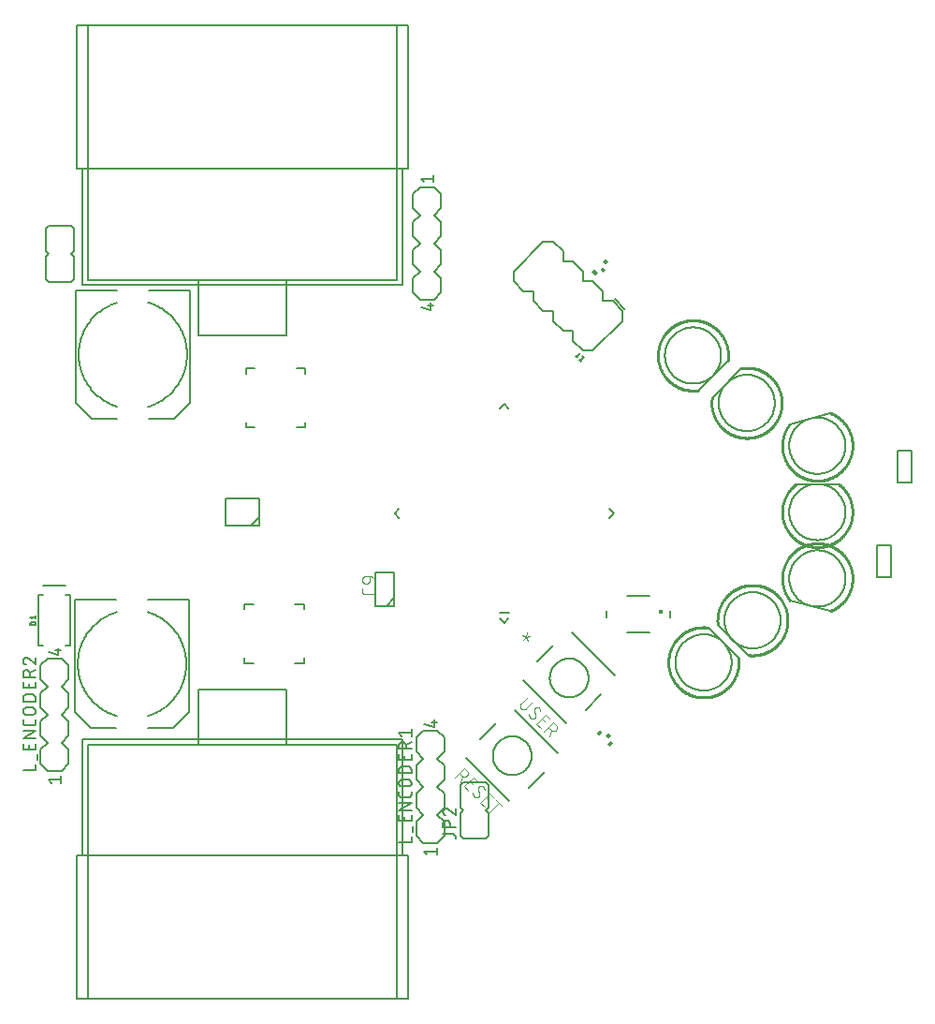
<source format=gbr>
G04 EAGLE Gerber RS-274X export*
G75*
%MOMM*%
%FSLAX34Y34*%
%LPD*%
%INSilkscreen Top*%
%IPPOS*%
%AMOC8*
5,1,8,0,0,1.08239X$1,22.5*%
G01*
%ADD10C,0.152400*%
%ADD11C,0.203200*%
%ADD12C,0.254000*%
%ADD13R,0.325000X0.425000*%
%ADD14R,0.350000X0.350000*%
%ADD15C,0.364000*%
%ADD16C,0.101600*%
%ADD17C,0.076200*%
%ADD18C,0.127000*%


D10*
X600700Y528650D02*
X600708Y529273D01*
X600731Y529896D01*
X600769Y530519D01*
X600822Y531140D01*
X600891Y531759D01*
X600975Y532377D01*
X601074Y532992D01*
X601188Y533605D01*
X601317Y534215D01*
X601461Y534822D01*
X601620Y535425D01*
X601794Y536023D01*
X601982Y536618D01*
X602185Y537207D01*
X602402Y537791D01*
X602633Y538370D01*
X602879Y538943D01*
X603139Y539510D01*
X603412Y540070D01*
X603699Y540623D01*
X604000Y541170D01*
X604314Y541708D01*
X604641Y542239D01*
X604981Y542761D01*
X605333Y543276D01*
X605699Y543781D01*
X606076Y544277D01*
X606466Y544764D01*
X606867Y545241D01*
X607280Y545708D01*
X607704Y546164D01*
X608139Y546611D01*
X608586Y547046D01*
X609042Y547470D01*
X609509Y547883D01*
X609986Y548284D01*
X610473Y548674D01*
X610969Y549051D01*
X611474Y549417D01*
X611989Y549769D01*
X612511Y550109D01*
X613042Y550436D01*
X613580Y550750D01*
X614127Y551051D01*
X614680Y551338D01*
X615240Y551611D01*
X615807Y551871D01*
X616380Y552117D01*
X616959Y552348D01*
X617543Y552565D01*
X618132Y552768D01*
X618727Y552956D01*
X619325Y553130D01*
X619928Y553289D01*
X620535Y553433D01*
X621145Y553562D01*
X621758Y553676D01*
X622373Y553775D01*
X622991Y553859D01*
X623610Y553928D01*
X624231Y553981D01*
X624854Y554019D01*
X625477Y554042D01*
X626100Y554050D01*
X626723Y554042D01*
X627346Y554019D01*
X627969Y553981D01*
X628590Y553928D01*
X629209Y553859D01*
X629827Y553775D01*
X630442Y553676D01*
X631055Y553562D01*
X631665Y553433D01*
X632272Y553289D01*
X632875Y553130D01*
X633473Y552956D01*
X634068Y552768D01*
X634657Y552565D01*
X635241Y552348D01*
X635820Y552117D01*
X636393Y551871D01*
X636960Y551611D01*
X637520Y551338D01*
X638073Y551051D01*
X638620Y550750D01*
X639158Y550436D01*
X639689Y550109D01*
X640211Y549769D01*
X640726Y549417D01*
X641231Y549051D01*
X641727Y548674D01*
X642214Y548284D01*
X642691Y547883D01*
X643158Y547470D01*
X643614Y547046D01*
X644061Y546611D01*
X644496Y546164D01*
X644920Y545708D01*
X645333Y545241D01*
X645734Y544764D01*
X646124Y544277D01*
X646501Y543781D01*
X646867Y543276D01*
X647219Y542761D01*
X647559Y542239D01*
X647886Y541708D01*
X648200Y541170D01*
X648501Y540623D01*
X648788Y540070D01*
X649061Y539510D01*
X649321Y538943D01*
X649567Y538370D01*
X649798Y537791D01*
X650015Y537207D01*
X650218Y536618D01*
X650406Y536023D01*
X650580Y535425D01*
X650739Y534822D01*
X650883Y534215D01*
X651012Y533605D01*
X651126Y532992D01*
X651225Y532377D01*
X651309Y531759D01*
X651378Y531140D01*
X651431Y530519D01*
X651469Y529896D01*
X651492Y529273D01*
X651500Y528650D01*
X651492Y528027D01*
X651469Y527404D01*
X651431Y526781D01*
X651378Y526160D01*
X651309Y525541D01*
X651225Y524923D01*
X651126Y524308D01*
X651012Y523695D01*
X650883Y523085D01*
X650739Y522478D01*
X650580Y521875D01*
X650406Y521277D01*
X650218Y520682D01*
X650015Y520093D01*
X649798Y519509D01*
X649567Y518930D01*
X649321Y518357D01*
X649061Y517790D01*
X648788Y517230D01*
X648501Y516677D01*
X648200Y516130D01*
X647886Y515592D01*
X647559Y515061D01*
X647219Y514539D01*
X646867Y514024D01*
X646501Y513519D01*
X646124Y513023D01*
X645734Y512536D01*
X645333Y512059D01*
X644920Y511592D01*
X644496Y511136D01*
X644061Y510689D01*
X643614Y510254D01*
X643158Y509830D01*
X642691Y509417D01*
X642214Y509016D01*
X641727Y508626D01*
X641231Y508249D01*
X640726Y507883D01*
X640211Y507531D01*
X639689Y507191D01*
X639158Y506864D01*
X638620Y506550D01*
X638073Y506249D01*
X637520Y505962D01*
X636960Y505689D01*
X636393Y505429D01*
X635820Y505183D01*
X635241Y504952D01*
X634657Y504735D01*
X634068Y504532D01*
X633473Y504344D01*
X632875Y504170D01*
X632272Y504011D01*
X631665Y503867D01*
X631055Y503738D01*
X630442Y503624D01*
X629827Y503525D01*
X629209Y503441D01*
X628590Y503372D01*
X627969Y503319D01*
X627346Y503281D01*
X626723Y503258D01*
X626100Y503250D01*
X625477Y503258D01*
X624854Y503281D01*
X624231Y503319D01*
X623610Y503372D01*
X622991Y503441D01*
X622373Y503525D01*
X621758Y503624D01*
X621145Y503738D01*
X620535Y503867D01*
X619928Y504011D01*
X619325Y504170D01*
X618727Y504344D01*
X618132Y504532D01*
X617543Y504735D01*
X616959Y504952D01*
X616380Y505183D01*
X615807Y505429D01*
X615240Y505689D01*
X614680Y505962D01*
X614127Y506249D01*
X613580Y506550D01*
X613042Y506864D01*
X612511Y507191D01*
X611989Y507531D01*
X611474Y507883D01*
X610969Y508249D01*
X610473Y508626D01*
X609986Y509016D01*
X609509Y509417D01*
X609042Y509830D01*
X608586Y510254D01*
X608139Y510689D01*
X607704Y511136D01*
X607280Y511592D01*
X606867Y512059D01*
X606466Y512536D01*
X606076Y513023D01*
X605699Y513519D01*
X605333Y514024D01*
X604981Y514539D01*
X604641Y515061D01*
X604314Y515592D01*
X604000Y516130D01*
X603699Y516677D01*
X603412Y517230D01*
X603139Y517790D01*
X602879Y518357D01*
X602633Y518930D01*
X602402Y519509D01*
X602185Y520093D01*
X601982Y520682D01*
X601794Y521277D01*
X601620Y521875D01*
X601461Y522478D01*
X601317Y523085D01*
X601188Y523695D01*
X601074Y524308D01*
X600975Y524923D01*
X600891Y525541D01*
X600822Y526160D01*
X600769Y526781D01*
X600731Y527404D01*
X600708Y528027D01*
X600700Y528650D01*
D11*
X594669Y533140D02*
X621610Y560081D01*
D12*
X622381Y560181D01*
X623154Y560263D01*
X623929Y560326D01*
X624706Y560369D01*
X625483Y560394D01*
X626260Y560400D01*
X627038Y560386D01*
X627815Y560354D01*
X628591Y560302D01*
X629365Y560232D01*
X630137Y560142D01*
X630907Y560034D01*
X631674Y559907D01*
X632438Y559761D01*
X633198Y559596D01*
X633954Y559413D01*
X634705Y559212D01*
X635451Y558992D01*
X636191Y558754D01*
X636925Y558498D01*
X637653Y558224D01*
X638374Y557932D01*
X639087Y557622D01*
X639793Y557296D01*
X640490Y556952D01*
X641179Y556591D01*
X641858Y556213D01*
X642529Y555819D01*
X643189Y555409D01*
X643839Y554982D01*
X644479Y554540D01*
X645107Y554082D01*
X645724Y553609D01*
X646330Y553121D01*
X646923Y552618D01*
X647504Y552101D01*
X648071Y551570D01*
X648626Y551025D01*
X649167Y550467D01*
X649695Y549895D01*
X650208Y549311D01*
X650707Y548714D01*
X651190Y548106D01*
X651659Y547486D01*
X652113Y546854D01*
X652551Y546212D01*
X652973Y545559D01*
X653379Y544895D01*
X653769Y544222D01*
X654142Y543540D01*
X654498Y542849D01*
X654837Y542149D01*
X655159Y541442D01*
X655464Y540726D01*
X655751Y540003D01*
X656020Y539274D01*
X656271Y538538D01*
X656504Y537796D01*
X656719Y537049D01*
X656915Y536297D01*
X657093Y535540D01*
X657253Y534779D01*
X657394Y534014D01*
X657516Y533246D01*
X657619Y532475D01*
X657703Y531702D01*
X657768Y530927D01*
X657814Y530151D01*
X657842Y529374D01*
X657850Y528597D01*
X657839Y527819D01*
X657809Y527042D01*
X657760Y526266D01*
X657692Y525491D01*
X657606Y524719D01*
X657500Y523948D01*
X657375Y523181D01*
X657232Y522417D01*
X657070Y521656D01*
X656890Y520900D01*
X656691Y520148D01*
X656473Y519402D01*
X656238Y518660D01*
X655984Y517925D01*
X655712Y517197D01*
X655423Y516475D01*
X655116Y515761D01*
X654792Y515054D01*
X654450Y514355D01*
X654092Y513665D01*
X653716Y512985D01*
X653324Y512313D01*
X652916Y511651D01*
X652492Y511000D01*
X652052Y510359D01*
X651596Y509728D01*
X651125Y509110D01*
X650639Y508503D01*
X650138Y507908D01*
X649623Y507326D01*
X649094Y506756D01*
X648551Y506199D01*
X647994Y505656D01*
X647424Y505127D01*
X646842Y504612D01*
X646247Y504111D01*
X645640Y503625D01*
X645022Y503154D01*
X644391Y502698D01*
X643750Y502258D01*
X643099Y501834D01*
X642437Y501426D01*
X641765Y501034D01*
X641085Y500658D01*
X640395Y500300D01*
X639696Y499958D01*
X638989Y499634D01*
X638275Y499327D01*
X637553Y499038D01*
X636825Y498766D01*
X636090Y498512D01*
X635348Y498277D01*
X634602Y498059D01*
X633850Y497860D01*
X633094Y497680D01*
X632333Y497518D01*
X631569Y497375D01*
X630802Y497250D01*
X630031Y497144D01*
X629259Y497058D01*
X628484Y496990D01*
X627708Y496941D01*
X626931Y496911D01*
X626153Y496900D01*
X625376Y496908D01*
X624599Y496936D01*
X623823Y496982D01*
X623048Y497047D01*
X622275Y497131D01*
X621504Y497234D01*
X620736Y497356D01*
X619971Y497497D01*
X619210Y497657D01*
X618453Y497835D01*
X617701Y498031D01*
X616954Y498246D01*
X616212Y498479D01*
X615476Y498730D01*
X614747Y498999D01*
X614024Y499286D01*
X613308Y499591D01*
X612601Y499913D01*
X611901Y500252D01*
X611210Y500608D01*
X610528Y500981D01*
X609855Y501371D01*
X609191Y501777D01*
X608538Y502199D01*
X607896Y502637D01*
X607264Y503091D01*
X606644Y503560D01*
X606036Y504043D01*
X605439Y504542D01*
X604855Y505055D01*
X604283Y505583D01*
X603725Y506124D01*
X603180Y506679D01*
X602649Y507246D01*
X602132Y507827D01*
X601629Y508420D01*
X601141Y509026D01*
X600668Y509643D01*
X600210Y510271D01*
X599768Y510911D01*
X599341Y511561D01*
X598931Y512221D01*
X598537Y512892D01*
X598159Y513571D01*
X597798Y514260D01*
X597454Y514957D01*
X597128Y515663D01*
X596818Y516376D01*
X596526Y517097D01*
X596252Y517825D01*
X595996Y518559D01*
X595758Y519299D01*
X595538Y520045D01*
X595337Y520796D01*
X595154Y521552D01*
X594989Y522312D01*
X594843Y523076D01*
X594716Y523843D01*
X594608Y524613D01*
X594518Y525385D01*
X594448Y526159D01*
X594396Y526935D01*
X594364Y527712D01*
X594350Y528490D01*
X594356Y529267D01*
X594381Y530044D01*
X594424Y530821D01*
X594487Y531596D01*
X594569Y532369D01*
X594669Y533140D01*
D10*
X605950Y332200D02*
X605958Y332823D01*
X605981Y333446D01*
X606019Y334069D01*
X606072Y334690D01*
X606141Y335309D01*
X606225Y335927D01*
X606324Y336542D01*
X606438Y337155D01*
X606567Y337765D01*
X606711Y338372D01*
X606870Y338975D01*
X607044Y339573D01*
X607232Y340168D01*
X607435Y340757D01*
X607652Y341341D01*
X607883Y341920D01*
X608129Y342493D01*
X608389Y343060D01*
X608662Y343620D01*
X608949Y344173D01*
X609250Y344720D01*
X609564Y345258D01*
X609891Y345789D01*
X610231Y346311D01*
X610583Y346826D01*
X610949Y347331D01*
X611326Y347827D01*
X611716Y348314D01*
X612117Y348791D01*
X612530Y349258D01*
X612954Y349714D01*
X613389Y350161D01*
X613836Y350596D01*
X614292Y351020D01*
X614759Y351433D01*
X615236Y351834D01*
X615723Y352224D01*
X616219Y352601D01*
X616724Y352967D01*
X617239Y353319D01*
X617761Y353659D01*
X618292Y353986D01*
X618830Y354300D01*
X619377Y354601D01*
X619930Y354888D01*
X620490Y355161D01*
X621057Y355421D01*
X621630Y355667D01*
X622209Y355898D01*
X622793Y356115D01*
X623382Y356318D01*
X623977Y356506D01*
X624575Y356680D01*
X625178Y356839D01*
X625785Y356983D01*
X626395Y357112D01*
X627008Y357226D01*
X627623Y357325D01*
X628241Y357409D01*
X628860Y357478D01*
X629481Y357531D01*
X630104Y357569D01*
X630727Y357592D01*
X631350Y357600D01*
X631973Y357592D01*
X632596Y357569D01*
X633219Y357531D01*
X633840Y357478D01*
X634459Y357409D01*
X635077Y357325D01*
X635692Y357226D01*
X636305Y357112D01*
X636915Y356983D01*
X637522Y356839D01*
X638125Y356680D01*
X638723Y356506D01*
X639318Y356318D01*
X639907Y356115D01*
X640491Y355898D01*
X641070Y355667D01*
X641643Y355421D01*
X642210Y355161D01*
X642770Y354888D01*
X643323Y354601D01*
X643870Y354300D01*
X644408Y353986D01*
X644939Y353659D01*
X645461Y353319D01*
X645976Y352967D01*
X646481Y352601D01*
X646977Y352224D01*
X647464Y351834D01*
X647941Y351433D01*
X648408Y351020D01*
X648864Y350596D01*
X649311Y350161D01*
X649746Y349714D01*
X650170Y349258D01*
X650583Y348791D01*
X650984Y348314D01*
X651374Y347827D01*
X651751Y347331D01*
X652117Y346826D01*
X652469Y346311D01*
X652809Y345789D01*
X653136Y345258D01*
X653450Y344720D01*
X653751Y344173D01*
X654038Y343620D01*
X654311Y343060D01*
X654571Y342493D01*
X654817Y341920D01*
X655048Y341341D01*
X655265Y340757D01*
X655468Y340168D01*
X655656Y339573D01*
X655830Y338975D01*
X655989Y338372D01*
X656133Y337765D01*
X656262Y337155D01*
X656376Y336542D01*
X656475Y335927D01*
X656559Y335309D01*
X656628Y334690D01*
X656681Y334069D01*
X656719Y333446D01*
X656742Y332823D01*
X656750Y332200D01*
X656742Y331577D01*
X656719Y330954D01*
X656681Y330331D01*
X656628Y329710D01*
X656559Y329091D01*
X656475Y328473D01*
X656376Y327858D01*
X656262Y327245D01*
X656133Y326635D01*
X655989Y326028D01*
X655830Y325425D01*
X655656Y324827D01*
X655468Y324232D01*
X655265Y323643D01*
X655048Y323059D01*
X654817Y322480D01*
X654571Y321907D01*
X654311Y321340D01*
X654038Y320780D01*
X653751Y320227D01*
X653450Y319680D01*
X653136Y319142D01*
X652809Y318611D01*
X652469Y318089D01*
X652117Y317574D01*
X651751Y317069D01*
X651374Y316573D01*
X650984Y316086D01*
X650583Y315609D01*
X650170Y315142D01*
X649746Y314686D01*
X649311Y314239D01*
X648864Y313804D01*
X648408Y313380D01*
X647941Y312967D01*
X647464Y312566D01*
X646977Y312176D01*
X646481Y311799D01*
X645976Y311433D01*
X645461Y311081D01*
X644939Y310741D01*
X644408Y310414D01*
X643870Y310100D01*
X643323Y309799D01*
X642770Y309512D01*
X642210Y309239D01*
X641643Y308979D01*
X641070Y308733D01*
X640491Y308502D01*
X639907Y308285D01*
X639318Y308082D01*
X638723Y307894D01*
X638125Y307720D01*
X637522Y307561D01*
X636915Y307417D01*
X636305Y307288D01*
X635692Y307174D01*
X635077Y307075D01*
X634459Y306991D01*
X633840Y306922D01*
X633219Y306869D01*
X632596Y306831D01*
X631973Y306808D01*
X631350Y306800D01*
X630727Y306808D01*
X630104Y306831D01*
X629481Y306869D01*
X628860Y306922D01*
X628241Y306991D01*
X627623Y307075D01*
X627008Y307174D01*
X626395Y307288D01*
X625785Y307417D01*
X625178Y307561D01*
X624575Y307720D01*
X623977Y307894D01*
X623382Y308082D01*
X622793Y308285D01*
X622209Y308502D01*
X621630Y308733D01*
X621057Y308979D01*
X620490Y309239D01*
X619930Y309512D01*
X619377Y309799D01*
X618830Y310100D01*
X618292Y310414D01*
X617761Y310741D01*
X617239Y311081D01*
X616724Y311433D01*
X616219Y311799D01*
X615723Y312176D01*
X615236Y312566D01*
X614759Y312967D01*
X614292Y313380D01*
X613836Y313804D01*
X613389Y314239D01*
X612954Y314686D01*
X612530Y315142D01*
X612117Y315609D01*
X611716Y316086D01*
X611326Y316573D01*
X610949Y317069D01*
X610583Y317574D01*
X610231Y318089D01*
X609891Y318611D01*
X609564Y319142D01*
X609250Y319680D01*
X608949Y320227D01*
X608662Y320780D01*
X608389Y321340D01*
X608129Y321907D01*
X607883Y322480D01*
X607652Y323059D01*
X607435Y323643D01*
X607232Y324232D01*
X607044Y324827D01*
X606870Y325425D01*
X606711Y326028D01*
X606567Y326635D01*
X606438Y327245D01*
X606324Y327858D01*
X606225Y328473D01*
X606141Y329091D01*
X606072Y329710D01*
X606019Y330331D01*
X605981Y330954D01*
X605958Y331577D01*
X605950Y332200D01*
D11*
X599919Y327710D02*
X626860Y300769D01*
D12*
X627631Y300669D01*
X628404Y300587D01*
X629179Y300524D01*
X629956Y300481D01*
X630733Y300456D01*
X631510Y300450D01*
X632288Y300464D01*
X633065Y300496D01*
X633841Y300548D01*
X634615Y300618D01*
X635387Y300708D01*
X636157Y300816D01*
X636924Y300943D01*
X637688Y301089D01*
X638448Y301254D01*
X639204Y301437D01*
X639955Y301638D01*
X640701Y301858D01*
X641441Y302096D01*
X642175Y302352D01*
X642903Y302626D01*
X643624Y302918D01*
X644337Y303228D01*
X645043Y303554D01*
X645740Y303898D01*
X646429Y304259D01*
X647108Y304637D01*
X647779Y305031D01*
X648439Y305441D01*
X649089Y305868D01*
X649729Y306310D01*
X650357Y306768D01*
X650974Y307241D01*
X651580Y307729D01*
X652173Y308232D01*
X652754Y308749D01*
X653321Y309280D01*
X653876Y309825D01*
X654417Y310383D01*
X654945Y310955D01*
X655458Y311539D01*
X655957Y312136D01*
X656440Y312744D01*
X656909Y313364D01*
X657363Y313996D01*
X657801Y314638D01*
X658223Y315291D01*
X658629Y315955D01*
X659019Y316628D01*
X659392Y317310D01*
X659748Y318001D01*
X660087Y318701D01*
X660409Y319408D01*
X660714Y320124D01*
X661001Y320847D01*
X661270Y321576D01*
X661521Y322312D01*
X661754Y323054D01*
X661969Y323801D01*
X662165Y324553D01*
X662343Y325310D01*
X662503Y326071D01*
X662644Y326836D01*
X662766Y327604D01*
X662869Y328375D01*
X662953Y329148D01*
X663018Y329923D01*
X663064Y330699D01*
X663092Y331476D01*
X663100Y332253D01*
X663089Y333031D01*
X663059Y333808D01*
X663010Y334584D01*
X662942Y335359D01*
X662856Y336131D01*
X662750Y336902D01*
X662625Y337669D01*
X662482Y338433D01*
X662320Y339194D01*
X662140Y339950D01*
X661941Y340702D01*
X661723Y341448D01*
X661488Y342190D01*
X661234Y342925D01*
X660962Y343653D01*
X660673Y344375D01*
X660366Y345089D01*
X660042Y345796D01*
X659700Y346495D01*
X659342Y347185D01*
X658966Y347865D01*
X658574Y348537D01*
X658166Y349199D01*
X657742Y349850D01*
X657302Y350491D01*
X656846Y351122D01*
X656375Y351740D01*
X655889Y352347D01*
X655388Y352942D01*
X654873Y353524D01*
X654344Y354094D01*
X653801Y354651D01*
X653244Y355194D01*
X652674Y355723D01*
X652092Y356238D01*
X651497Y356739D01*
X650890Y357225D01*
X650272Y357696D01*
X649641Y358152D01*
X649000Y358592D01*
X648349Y359016D01*
X647687Y359424D01*
X647015Y359816D01*
X646335Y360192D01*
X645645Y360550D01*
X644946Y360892D01*
X644239Y361216D01*
X643525Y361523D01*
X642803Y361812D01*
X642075Y362084D01*
X641340Y362338D01*
X640598Y362573D01*
X639852Y362791D01*
X639100Y362990D01*
X638344Y363170D01*
X637583Y363332D01*
X636819Y363475D01*
X636052Y363600D01*
X635281Y363706D01*
X634509Y363792D01*
X633734Y363860D01*
X632958Y363909D01*
X632181Y363939D01*
X631403Y363950D01*
X630626Y363942D01*
X629849Y363914D01*
X629073Y363868D01*
X628298Y363803D01*
X627525Y363719D01*
X626754Y363616D01*
X625986Y363494D01*
X625221Y363353D01*
X624460Y363193D01*
X623703Y363015D01*
X622951Y362819D01*
X622204Y362604D01*
X621462Y362371D01*
X620726Y362120D01*
X619997Y361851D01*
X619274Y361564D01*
X618558Y361259D01*
X617851Y360937D01*
X617151Y360598D01*
X616460Y360242D01*
X615778Y359869D01*
X615105Y359479D01*
X614441Y359073D01*
X613788Y358651D01*
X613146Y358213D01*
X612514Y357759D01*
X611894Y357290D01*
X611286Y356807D01*
X610689Y356308D01*
X610105Y355795D01*
X609533Y355267D01*
X608975Y354726D01*
X608430Y354171D01*
X607899Y353604D01*
X607382Y353023D01*
X606879Y352430D01*
X606391Y351824D01*
X605918Y351207D01*
X605460Y350579D01*
X605018Y349939D01*
X604591Y349289D01*
X604181Y348629D01*
X603787Y347958D01*
X603409Y347279D01*
X603048Y346590D01*
X602704Y345893D01*
X602378Y345187D01*
X602068Y344474D01*
X601776Y343753D01*
X601502Y343025D01*
X601246Y342291D01*
X601008Y341551D01*
X600788Y340805D01*
X600587Y340054D01*
X600404Y339298D01*
X600239Y338538D01*
X600093Y337774D01*
X599966Y337007D01*
X599858Y336237D01*
X599768Y335465D01*
X599698Y334691D01*
X599646Y333915D01*
X599614Y333138D01*
X599600Y332360D01*
X599606Y331583D01*
X599631Y330806D01*
X599674Y330029D01*
X599737Y329254D01*
X599819Y328481D01*
X599919Y327710D01*
D10*
X552150Y571500D02*
X552158Y572123D01*
X552181Y572746D01*
X552219Y573369D01*
X552272Y573990D01*
X552341Y574609D01*
X552425Y575227D01*
X552524Y575842D01*
X552638Y576455D01*
X552767Y577065D01*
X552911Y577672D01*
X553070Y578275D01*
X553244Y578873D01*
X553432Y579468D01*
X553635Y580057D01*
X553852Y580641D01*
X554083Y581220D01*
X554329Y581793D01*
X554589Y582360D01*
X554862Y582920D01*
X555149Y583473D01*
X555450Y584020D01*
X555764Y584558D01*
X556091Y585089D01*
X556431Y585611D01*
X556783Y586126D01*
X557149Y586631D01*
X557526Y587127D01*
X557916Y587614D01*
X558317Y588091D01*
X558730Y588558D01*
X559154Y589014D01*
X559589Y589461D01*
X560036Y589896D01*
X560492Y590320D01*
X560959Y590733D01*
X561436Y591134D01*
X561923Y591524D01*
X562419Y591901D01*
X562924Y592267D01*
X563439Y592619D01*
X563961Y592959D01*
X564492Y593286D01*
X565030Y593600D01*
X565577Y593901D01*
X566130Y594188D01*
X566690Y594461D01*
X567257Y594721D01*
X567830Y594967D01*
X568409Y595198D01*
X568993Y595415D01*
X569582Y595618D01*
X570177Y595806D01*
X570775Y595980D01*
X571378Y596139D01*
X571985Y596283D01*
X572595Y596412D01*
X573208Y596526D01*
X573823Y596625D01*
X574441Y596709D01*
X575060Y596778D01*
X575681Y596831D01*
X576304Y596869D01*
X576927Y596892D01*
X577550Y596900D01*
X578173Y596892D01*
X578796Y596869D01*
X579419Y596831D01*
X580040Y596778D01*
X580659Y596709D01*
X581277Y596625D01*
X581892Y596526D01*
X582505Y596412D01*
X583115Y596283D01*
X583722Y596139D01*
X584325Y595980D01*
X584923Y595806D01*
X585518Y595618D01*
X586107Y595415D01*
X586691Y595198D01*
X587270Y594967D01*
X587843Y594721D01*
X588410Y594461D01*
X588970Y594188D01*
X589523Y593901D01*
X590070Y593600D01*
X590608Y593286D01*
X591139Y592959D01*
X591661Y592619D01*
X592176Y592267D01*
X592681Y591901D01*
X593177Y591524D01*
X593664Y591134D01*
X594141Y590733D01*
X594608Y590320D01*
X595064Y589896D01*
X595511Y589461D01*
X595946Y589014D01*
X596370Y588558D01*
X596783Y588091D01*
X597184Y587614D01*
X597574Y587127D01*
X597951Y586631D01*
X598317Y586126D01*
X598669Y585611D01*
X599009Y585089D01*
X599336Y584558D01*
X599650Y584020D01*
X599951Y583473D01*
X600238Y582920D01*
X600511Y582360D01*
X600771Y581793D01*
X601017Y581220D01*
X601248Y580641D01*
X601465Y580057D01*
X601668Y579468D01*
X601856Y578873D01*
X602030Y578275D01*
X602189Y577672D01*
X602333Y577065D01*
X602462Y576455D01*
X602576Y575842D01*
X602675Y575227D01*
X602759Y574609D01*
X602828Y573990D01*
X602881Y573369D01*
X602919Y572746D01*
X602942Y572123D01*
X602950Y571500D01*
X602942Y570877D01*
X602919Y570254D01*
X602881Y569631D01*
X602828Y569010D01*
X602759Y568391D01*
X602675Y567773D01*
X602576Y567158D01*
X602462Y566545D01*
X602333Y565935D01*
X602189Y565328D01*
X602030Y564725D01*
X601856Y564127D01*
X601668Y563532D01*
X601465Y562943D01*
X601248Y562359D01*
X601017Y561780D01*
X600771Y561207D01*
X600511Y560640D01*
X600238Y560080D01*
X599951Y559527D01*
X599650Y558980D01*
X599336Y558442D01*
X599009Y557911D01*
X598669Y557389D01*
X598317Y556874D01*
X597951Y556369D01*
X597574Y555873D01*
X597184Y555386D01*
X596783Y554909D01*
X596370Y554442D01*
X595946Y553986D01*
X595511Y553539D01*
X595064Y553104D01*
X594608Y552680D01*
X594141Y552267D01*
X593664Y551866D01*
X593177Y551476D01*
X592681Y551099D01*
X592176Y550733D01*
X591661Y550381D01*
X591139Y550041D01*
X590608Y549714D01*
X590070Y549400D01*
X589523Y549099D01*
X588970Y548812D01*
X588410Y548539D01*
X587843Y548279D01*
X587270Y548033D01*
X586691Y547802D01*
X586107Y547585D01*
X585518Y547382D01*
X584923Y547194D01*
X584325Y547020D01*
X583722Y546861D01*
X583115Y546717D01*
X582505Y546588D01*
X581892Y546474D01*
X581277Y546375D01*
X580659Y546291D01*
X580040Y546222D01*
X579419Y546169D01*
X578796Y546131D01*
X578173Y546108D01*
X577550Y546100D01*
X576927Y546108D01*
X576304Y546131D01*
X575681Y546169D01*
X575060Y546222D01*
X574441Y546291D01*
X573823Y546375D01*
X573208Y546474D01*
X572595Y546588D01*
X571985Y546717D01*
X571378Y546861D01*
X570775Y547020D01*
X570177Y547194D01*
X569582Y547382D01*
X568993Y547585D01*
X568409Y547802D01*
X567830Y548033D01*
X567257Y548279D01*
X566690Y548539D01*
X566130Y548812D01*
X565577Y549099D01*
X565030Y549400D01*
X564492Y549714D01*
X563961Y550041D01*
X563439Y550381D01*
X562924Y550733D01*
X562419Y551099D01*
X561923Y551476D01*
X561436Y551866D01*
X560959Y552267D01*
X560492Y552680D01*
X560036Y553104D01*
X559589Y553539D01*
X559154Y553986D01*
X558730Y554442D01*
X558317Y554909D01*
X557916Y555386D01*
X557526Y555873D01*
X557149Y556369D01*
X556783Y556874D01*
X556431Y557389D01*
X556091Y557911D01*
X555764Y558442D01*
X555450Y558980D01*
X555149Y559527D01*
X554862Y560080D01*
X554589Y560640D01*
X554329Y561207D01*
X554083Y561780D01*
X553852Y562359D01*
X553635Y562943D01*
X553432Y563532D01*
X553244Y564127D01*
X553070Y564725D01*
X552911Y565328D01*
X552767Y565935D01*
X552638Y566545D01*
X552524Y567158D01*
X552425Y567773D01*
X552341Y568391D01*
X552272Y569010D01*
X552219Y569631D01*
X552181Y570254D01*
X552158Y570877D01*
X552150Y571500D01*
D11*
X582040Y540069D02*
X608981Y567010D01*
D12*
X609081Y567781D01*
X609163Y568554D01*
X609226Y569329D01*
X609269Y570106D01*
X609294Y570883D01*
X609300Y571660D01*
X609286Y572438D01*
X609254Y573215D01*
X609202Y573991D01*
X609132Y574765D01*
X609042Y575537D01*
X608934Y576307D01*
X608807Y577074D01*
X608661Y577838D01*
X608496Y578598D01*
X608313Y579354D01*
X608112Y580105D01*
X607892Y580851D01*
X607654Y581591D01*
X607398Y582325D01*
X607124Y583053D01*
X606832Y583774D01*
X606522Y584487D01*
X606196Y585193D01*
X605852Y585890D01*
X605491Y586579D01*
X605113Y587258D01*
X604719Y587929D01*
X604309Y588589D01*
X603882Y589239D01*
X603440Y589879D01*
X602982Y590507D01*
X602509Y591124D01*
X602021Y591730D01*
X601518Y592323D01*
X601001Y592904D01*
X600470Y593471D01*
X599925Y594026D01*
X599367Y594567D01*
X598795Y595095D01*
X598211Y595608D01*
X597614Y596107D01*
X597006Y596590D01*
X596386Y597059D01*
X595754Y597513D01*
X595112Y597951D01*
X594459Y598373D01*
X593795Y598779D01*
X593122Y599169D01*
X592440Y599542D01*
X591749Y599898D01*
X591049Y600237D01*
X590342Y600559D01*
X589626Y600864D01*
X588903Y601151D01*
X588174Y601420D01*
X587438Y601671D01*
X586696Y601904D01*
X585949Y602119D01*
X585197Y602315D01*
X584440Y602493D01*
X583679Y602653D01*
X582914Y602794D01*
X582146Y602916D01*
X581375Y603019D01*
X580602Y603103D01*
X579827Y603168D01*
X579051Y603214D01*
X578274Y603242D01*
X577497Y603250D01*
X576719Y603239D01*
X575942Y603209D01*
X575166Y603160D01*
X574391Y603092D01*
X573619Y603006D01*
X572848Y602900D01*
X572081Y602775D01*
X571317Y602632D01*
X570556Y602470D01*
X569800Y602290D01*
X569048Y602091D01*
X568302Y601873D01*
X567560Y601638D01*
X566825Y601384D01*
X566097Y601112D01*
X565375Y600823D01*
X564661Y600516D01*
X563954Y600192D01*
X563255Y599850D01*
X562565Y599492D01*
X561885Y599116D01*
X561213Y598724D01*
X560551Y598316D01*
X559900Y597892D01*
X559259Y597452D01*
X558628Y596996D01*
X558010Y596525D01*
X557403Y596039D01*
X556808Y595538D01*
X556226Y595023D01*
X555656Y594494D01*
X555099Y593951D01*
X554556Y593394D01*
X554027Y592824D01*
X553512Y592242D01*
X553011Y591647D01*
X552525Y591040D01*
X552054Y590422D01*
X551598Y589791D01*
X551158Y589150D01*
X550734Y588499D01*
X550326Y587837D01*
X549934Y587165D01*
X549558Y586485D01*
X549200Y585795D01*
X548858Y585096D01*
X548534Y584389D01*
X548227Y583675D01*
X547938Y582953D01*
X547666Y582225D01*
X547412Y581490D01*
X547177Y580748D01*
X546959Y580002D01*
X546760Y579250D01*
X546580Y578494D01*
X546418Y577733D01*
X546275Y576969D01*
X546150Y576202D01*
X546044Y575431D01*
X545958Y574659D01*
X545890Y573884D01*
X545841Y573108D01*
X545811Y572331D01*
X545800Y571553D01*
X545808Y570776D01*
X545836Y569999D01*
X545882Y569223D01*
X545947Y568448D01*
X546031Y567675D01*
X546134Y566904D01*
X546256Y566136D01*
X546397Y565371D01*
X546557Y564610D01*
X546735Y563853D01*
X546931Y563101D01*
X547146Y562354D01*
X547379Y561612D01*
X547630Y560876D01*
X547899Y560147D01*
X548186Y559424D01*
X548491Y558708D01*
X548813Y558001D01*
X549152Y557301D01*
X549508Y556610D01*
X549881Y555928D01*
X550271Y555255D01*
X550677Y554591D01*
X551099Y553938D01*
X551537Y553296D01*
X551991Y552664D01*
X552460Y552044D01*
X552943Y551436D01*
X553442Y550839D01*
X553955Y550255D01*
X554483Y549683D01*
X555024Y549125D01*
X555579Y548580D01*
X556146Y548049D01*
X556727Y547532D01*
X557320Y547029D01*
X557926Y546541D01*
X558543Y546068D01*
X559171Y545610D01*
X559811Y545168D01*
X560461Y544741D01*
X561121Y544331D01*
X561792Y543937D01*
X562471Y543559D01*
X563160Y543198D01*
X563857Y542854D01*
X564563Y542528D01*
X565276Y542218D01*
X565997Y541926D01*
X566725Y541652D01*
X567459Y541396D01*
X568199Y541158D01*
X568945Y540938D01*
X569696Y540737D01*
X570452Y540554D01*
X571212Y540389D01*
X571976Y540243D01*
X572743Y540116D01*
X573513Y540008D01*
X574285Y539918D01*
X575059Y539848D01*
X575835Y539796D01*
X576612Y539764D01*
X577390Y539750D01*
X578167Y539756D01*
X578944Y539781D01*
X579721Y539824D01*
X580496Y539887D01*
X581269Y539969D01*
X582040Y540069D01*
D10*
X561650Y294150D02*
X561658Y294773D01*
X561681Y295396D01*
X561719Y296019D01*
X561772Y296640D01*
X561841Y297259D01*
X561925Y297877D01*
X562024Y298492D01*
X562138Y299105D01*
X562267Y299715D01*
X562411Y300322D01*
X562570Y300925D01*
X562744Y301523D01*
X562932Y302118D01*
X563135Y302707D01*
X563352Y303291D01*
X563583Y303870D01*
X563829Y304443D01*
X564089Y305010D01*
X564362Y305570D01*
X564649Y306123D01*
X564950Y306670D01*
X565264Y307208D01*
X565591Y307739D01*
X565931Y308261D01*
X566283Y308776D01*
X566649Y309281D01*
X567026Y309777D01*
X567416Y310264D01*
X567817Y310741D01*
X568230Y311208D01*
X568654Y311664D01*
X569089Y312111D01*
X569536Y312546D01*
X569992Y312970D01*
X570459Y313383D01*
X570936Y313784D01*
X571423Y314174D01*
X571919Y314551D01*
X572424Y314917D01*
X572939Y315269D01*
X573461Y315609D01*
X573992Y315936D01*
X574530Y316250D01*
X575077Y316551D01*
X575630Y316838D01*
X576190Y317111D01*
X576757Y317371D01*
X577330Y317617D01*
X577909Y317848D01*
X578493Y318065D01*
X579082Y318268D01*
X579677Y318456D01*
X580275Y318630D01*
X580878Y318789D01*
X581485Y318933D01*
X582095Y319062D01*
X582708Y319176D01*
X583323Y319275D01*
X583941Y319359D01*
X584560Y319428D01*
X585181Y319481D01*
X585804Y319519D01*
X586427Y319542D01*
X587050Y319550D01*
X587673Y319542D01*
X588296Y319519D01*
X588919Y319481D01*
X589540Y319428D01*
X590159Y319359D01*
X590777Y319275D01*
X591392Y319176D01*
X592005Y319062D01*
X592615Y318933D01*
X593222Y318789D01*
X593825Y318630D01*
X594423Y318456D01*
X595018Y318268D01*
X595607Y318065D01*
X596191Y317848D01*
X596770Y317617D01*
X597343Y317371D01*
X597910Y317111D01*
X598470Y316838D01*
X599023Y316551D01*
X599570Y316250D01*
X600108Y315936D01*
X600639Y315609D01*
X601161Y315269D01*
X601676Y314917D01*
X602181Y314551D01*
X602677Y314174D01*
X603164Y313784D01*
X603641Y313383D01*
X604108Y312970D01*
X604564Y312546D01*
X605011Y312111D01*
X605446Y311664D01*
X605870Y311208D01*
X606283Y310741D01*
X606684Y310264D01*
X607074Y309777D01*
X607451Y309281D01*
X607817Y308776D01*
X608169Y308261D01*
X608509Y307739D01*
X608836Y307208D01*
X609150Y306670D01*
X609451Y306123D01*
X609738Y305570D01*
X610011Y305010D01*
X610271Y304443D01*
X610517Y303870D01*
X610748Y303291D01*
X610965Y302707D01*
X611168Y302118D01*
X611356Y301523D01*
X611530Y300925D01*
X611689Y300322D01*
X611833Y299715D01*
X611962Y299105D01*
X612076Y298492D01*
X612175Y297877D01*
X612259Y297259D01*
X612328Y296640D01*
X612381Y296019D01*
X612419Y295396D01*
X612442Y294773D01*
X612450Y294150D01*
X612442Y293527D01*
X612419Y292904D01*
X612381Y292281D01*
X612328Y291660D01*
X612259Y291041D01*
X612175Y290423D01*
X612076Y289808D01*
X611962Y289195D01*
X611833Y288585D01*
X611689Y287978D01*
X611530Y287375D01*
X611356Y286777D01*
X611168Y286182D01*
X610965Y285593D01*
X610748Y285009D01*
X610517Y284430D01*
X610271Y283857D01*
X610011Y283290D01*
X609738Y282730D01*
X609451Y282177D01*
X609150Y281630D01*
X608836Y281092D01*
X608509Y280561D01*
X608169Y280039D01*
X607817Y279524D01*
X607451Y279019D01*
X607074Y278523D01*
X606684Y278036D01*
X606283Y277559D01*
X605870Y277092D01*
X605446Y276636D01*
X605011Y276189D01*
X604564Y275754D01*
X604108Y275330D01*
X603641Y274917D01*
X603164Y274516D01*
X602677Y274126D01*
X602181Y273749D01*
X601676Y273383D01*
X601161Y273031D01*
X600639Y272691D01*
X600108Y272364D01*
X599570Y272050D01*
X599023Y271749D01*
X598470Y271462D01*
X597910Y271189D01*
X597343Y270929D01*
X596770Y270683D01*
X596191Y270452D01*
X595607Y270235D01*
X595018Y270032D01*
X594423Y269844D01*
X593825Y269670D01*
X593222Y269511D01*
X592615Y269367D01*
X592005Y269238D01*
X591392Y269124D01*
X590777Y269025D01*
X590159Y268941D01*
X589540Y268872D01*
X588919Y268819D01*
X588296Y268781D01*
X587673Y268758D01*
X587050Y268750D01*
X586427Y268758D01*
X585804Y268781D01*
X585181Y268819D01*
X584560Y268872D01*
X583941Y268941D01*
X583323Y269025D01*
X582708Y269124D01*
X582095Y269238D01*
X581485Y269367D01*
X580878Y269511D01*
X580275Y269670D01*
X579677Y269844D01*
X579082Y270032D01*
X578493Y270235D01*
X577909Y270452D01*
X577330Y270683D01*
X576757Y270929D01*
X576190Y271189D01*
X575630Y271462D01*
X575077Y271749D01*
X574530Y272050D01*
X573992Y272364D01*
X573461Y272691D01*
X572939Y273031D01*
X572424Y273383D01*
X571919Y273749D01*
X571423Y274126D01*
X570936Y274516D01*
X570459Y274917D01*
X569992Y275330D01*
X569536Y275754D01*
X569089Y276189D01*
X568654Y276636D01*
X568230Y277092D01*
X567817Y277559D01*
X567416Y278036D01*
X567026Y278523D01*
X566649Y279019D01*
X566283Y279524D01*
X565931Y280039D01*
X565591Y280561D01*
X565264Y281092D01*
X564950Y281630D01*
X564649Y282177D01*
X564362Y282730D01*
X564089Y283290D01*
X563829Y283857D01*
X563583Y284430D01*
X563352Y285009D01*
X563135Y285593D01*
X562932Y286182D01*
X562744Y286777D01*
X562570Y287375D01*
X562411Y287978D01*
X562267Y288585D01*
X562138Y289195D01*
X562024Y289808D01*
X561925Y290423D01*
X561841Y291041D01*
X561772Y291660D01*
X561719Y292281D01*
X561681Y292904D01*
X561658Y293527D01*
X561650Y294150D01*
D11*
X591540Y325581D02*
X618481Y298640D01*
D12*
X618581Y297869D01*
X618663Y297096D01*
X618726Y296321D01*
X618769Y295544D01*
X618794Y294767D01*
X618800Y293990D01*
X618786Y293212D01*
X618754Y292435D01*
X618702Y291659D01*
X618632Y290885D01*
X618542Y290113D01*
X618434Y289343D01*
X618307Y288576D01*
X618161Y287812D01*
X617996Y287052D01*
X617813Y286296D01*
X617612Y285545D01*
X617392Y284799D01*
X617154Y284059D01*
X616898Y283325D01*
X616624Y282597D01*
X616332Y281876D01*
X616022Y281163D01*
X615696Y280457D01*
X615352Y279760D01*
X614991Y279071D01*
X614613Y278392D01*
X614219Y277721D01*
X613809Y277061D01*
X613382Y276411D01*
X612940Y275771D01*
X612482Y275143D01*
X612009Y274526D01*
X611521Y273920D01*
X611018Y273327D01*
X610501Y272746D01*
X609970Y272179D01*
X609425Y271624D01*
X608867Y271083D01*
X608295Y270555D01*
X607711Y270042D01*
X607114Y269543D01*
X606506Y269060D01*
X605886Y268591D01*
X605254Y268137D01*
X604612Y267699D01*
X603959Y267277D01*
X603295Y266871D01*
X602622Y266481D01*
X601940Y266108D01*
X601249Y265752D01*
X600549Y265413D01*
X599842Y265091D01*
X599126Y264786D01*
X598403Y264499D01*
X597674Y264230D01*
X596938Y263979D01*
X596196Y263746D01*
X595449Y263531D01*
X594697Y263335D01*
X593940Y263157D01*
X593179Y262997D01*
X592414Y262856D01*
X591646Y262734D01*
X590875Y262631D01*
X590102Y262547D01*
X589327Y262482D01*
X588551Y262436D01*
X587774Y262408D01*
X586997Y262400D01*
X586219Y262411D01*
X585442Y262441D01*
X584666Y262490D01*
X583891Y262558D01*
X583119Y262644D01*
X582348Y262750D01*
X581581Y262875D01*
X580817Y263018D01*
X580056Y263180D01*
X579300Y263360D01*
X578548Y263559D01*
X577802Y263777D01*
X577060Y264012D01*
X576325Y264266D01*
X575597Y264538D01*
X574875Y264827D01*
X574161Y265134D01*
X573454Y265458D01*
X572755Y265800D01*
X572065Y266158D01*
X571385Y266534D01*
X570713Y266926D01*
X570051Y267334D01*
X569400Y267758D01*
X568759Y268198D01*
X568128Y268654D01*
X567510Y269125D01*
X566903Y269611D01*
X566308Y270112D01*
X565726Y270627D01*
X565156Y271156D01*
X564599Y271699D01*
X564056Y272256D01*
X563527Y272826D01*
X563012Y273408D01*
X562511Y274003D01*
X562025Y274610D01*
X561554Y275228D01*
X561098Y275859D01*
X560658Y276500D01*
X560234Y277151D01*
X559826Y277813D01*
X559434Y278485D01*
X559058Y279165D01*
X558700Y279855D01*
X558358Y280554D01*
X558034Y281261D01*
X557727Y281975D01*
X557438Y282697D01*
X557166Y283425D01*
X556912Y284160D01*
X556677Y284902D01*
X556459Y285648D01*
X556260Y286400D01*
X556080Y287156D01*
X555918Y287917D01*
X555775Y288681D01*
X555650Y289448D01*
X555544Y290219D01*
X555458Y290991D01*
X555390Y291766D01*
X555341Y292542D01*
X555311Y293319D01*
X555300Y294097D01*
X555308Y294874D01*
X555336Y295651D01*
X555382Y296427D01*
X555447Y297202D01*
X555531Y297975D01*
X555634Y298746D01*
X555756Y299514D01*
X555897Y300279D01*
X556057Y301040D01*
X556235Y301797D01*
X556431Y302549D01*
X556646Y303296D01*
X556879Y304038D01*
X557130Y304774D01*
X557399Y305503D01*
X557686Y306226D01*
X557991Y306942D01*
X558313Y307649D01*
X558652Y308349D01*
X559008Y309040D01*
X559381Y309722D01*
X559771Y310395D01*
X560177Y311059D01*
X560599Y311712D01*
X561037Y312354D01*
X561491Y312986D01*
X561960Y313606D01*
X562443Y314214D01*
X562942Y314811D01*
X563455Y315395D01*
X563983Y315967D01*
X564524Y316525D01*
X565079Y317070D01*
X565646Y317601D01*
X566227Y318118D01*
X566820Y318621D01*
X567426Y319109D01*
X568043Y319582D01*
X568671Y320040D01*
X569311Y320482D01*
X569961Y320909D01*
X570621Y321319D01*
X571292Y321713D01*
X571971Y322091D01*
X572660Y322452D01*
X573357Y322796D01*
X574063Y323122D01*
X574776Y323432D01*
X575497Y323724D01*
X576225Y323998D01*
X576959Y324254D01*
X577699Y324492D01*
X578445Y324712D01*
X579196Y324913D01*
X579952Y325096D01*
X580712Y325261D01*
X581476Y325407D01*
X582243Y325534D01*
X583013Y325642D01*
X583785Y325732D01*
X584559Y325802D01*
X585335Y325854D01*
X586112Y325886D01*
X586890Y325900D01*
X587667Y325894D01*
X588444Y325869D01*
X589221Y325826D01*
X589996Y325763D01*
X590769Y325681D01*
X591540Y325581D01*
D10*
X-5588Y663128D02*
X-8128Y665668D01*
X-5588Y663128D02*
X-8128Y660588D01*
X14732Y663128D02*
X17272Y665668D01*
X14732Y663128D02*
X17272Y660588D01*
X17272Y640268D01*
X14732Y637728D01*
X17272Y685988D02*
X14732Y688528D01*
X17272Y685988D02*
X17272Y665668D01*
X14732Y688528D02*
X-5588Y688528D01*
X-8128Y685988D01*
X-8128Y665668D01*
X-8128Y660588D02*
X-8128Y640268D01*
X-5588Y637728D01*
X14732Y637728D01*
D13*
G36*
X503215Y223306D02*
X505513Y221008D01*
X502509Y218004D01*
X500211Y220302D01*
X503215Y223306D01*
G37*
G36*
X493492Y233029D02*
X495790Y230731D01*
X492786Y227727D01*
X490488Y230025D01*
X493492Y233029D01*
G37*
D14*
G36*
X500741Y230731D02*
X503215Y228257D01*
X500741Y225783D01*
X498267Y228257D01*
X500741Y230731D01*
G37*
D13*
G36*
X491360Y646181D02*
X489062Y643883D01*
X486058Y646887D01*
X488356Y649185D01*
X491360Y646181D01*
G37*
G36*
X501083Y655904D02*
X498785Y653606D01*
X495781Y656610D01*
X498079Y658908D01*
X501083Y655904D01*
G37*
D14*
G36*
X498785Y648655D02*
X496311Y646181D01*
X493837Y648655D01*
X496311Y651129D01*
X498785Y648655D01*
G37*
D11*
X517500Y321132D02*
X538500Y321132D01*
X499000Y334632D02*
X499000Y340632D01*
X517500Y354132D02*
X538500Y354132D01*
X557000Y340632D02*
X557000Y334632D01*
D15*
X548500Y339632D03*
D10*
X762442Y456758D02*
X775650Y456758D01*
X762442Y456758D02*
X762442Y485206D01*
X775650Y485206D01*
X775650Y456758D01*
X756902Y399712D02*
X743694Y399712D01*
X756902Y399712D02*
X756902Y371264D01*
X743694Y371264D01*
X743694Y399712D01*
D11*
X411525Y168502D02*
X372634Y207393D01*
X385009Y224717D02*
X399151Y238859D01*
X416475Y251234D02*
X455366Y212343D01*
X442991Y195019D02*
X428849Y180877D01*
X396500Y209868D02*
X396505Y210297D01*
X396521Y210727D01*
X396547Y211155D01*
X396584Y211583D01*
X396632Y212010D01*
X396689Y212436D01*
X396758Y212860D01*
X396836Y213282D01*
X396925Y213702D01*
X397024Y214120D01*
X397134Y214535D01*
X397254Y214948D01*
X397383Y215357D01*
X397523Y215764D01*
X397673Y216166D01*
X397832Y216565D01*
X398001Y216960D01*
X398180Y217350D01*
X398369Y217736D01*
X398566Y218117D01*
X398773Y218494D01*
X398990Y218865D01*
X399215Y219230D01*
X399449Y219590D01*
X399692Y219945D01*
X399944Y220293D01*
X400204Y220635D01*
X400472Y220970D01*
X400749Y221299D01*
X401033Y221620D01*
X401326Y221935D01*
X401626Y222242D01*
X401933Y222542D01*
X402248Y222835D01*
X402569Y223119D01*
X402898Y223396D01*
X403233Y223664D01*
X403575Y223924D01*
X403923Y224176D01*
X404278Y224419D01*
X404638Y224653D01*
X405003Y224878D01*
X405374Y225095D01*
X405751Y225302D01*
X406132Y225499D01*
X406518Y225688D01*
X406908Y225867D01*
X407303Y226036D01*
X407702Y226195D01*
X408104Y226345D01*
X408511Y226485D01*
X408920Y226614D01*
X409333Y226734D01*
X409748Y226844D01*
X410166Y226943D01*
X410586Y227032D01*
X411008Y227110D01*
X411432Y227179D01*
X411858Y227236D01*
X412285Y227284D01*
X412713Y227321D01*
X413141Y227347D01*
X413571Y227363D01*
X414000Y227368D01*
X414429Y227363D01*
X414859Y227347D01*
X415287Y227321D01*
X415715Y227284D01*
X416142Y227236D01*
X416568Y227179D01*
X416992Y227110D01*
X417414Y227032D01*
X417834Y226943D01*
X418252Y226844D01*
X418667Y226734D01*
X419080Y226614D01*
X419489Y226485D01*
X419896Y226345D01*
X420298Y226195D01*
X420697Y226036D01*
X421092Y225867D01*
X421482Y225688D01*
X421868Y225499D01*
X422249Y225302D01*
X422626Y225095D01*
X422997Y224878D01*
X423362Y224653D01*
X423722Y224419D01*
X424077Y224176D01*
X424425Y223924D01*
X424767Y223664D01*
X425102Y223396D01*
X425431Y223119D01*
X425752Y222835D01*
X426067Y222542D01*
X426374Y222242D01*
X426674Y221935D01*
X426967Y221620D01*
X427251Y221299D01*
X427528Y220970D01*
X427796Y220635D01*
X428056Y220293D01*
X428308Y219945D01*
X428551Y219590D01*
X428785Y219230D01*
X429010Y218865D01*
X429227Y218494D01*
X429434Y218117D01*
X429631Y217736D01*
X429820Y217350D01*
X429999Y216960D01*
X430168Y216565D01*
X430327Y216166D01*
X430477Y215764D01*
X430617Y215357D01*
X430746Y214948D01*
X430866Y214535D01*
X430976Y214120D01*
X431075Y213702D01*
X431164Y213282D01*
X431242Y212860D01*
X431311Y212436D01*
X431368Y212010D01*
X431416Y211583D01*
X431453Y211155D01*
X431479Y210727D01*
X431495Y210297D01*
X431500Y209868D01*
X431495Y209439D01*
X431479Y209009D01*
X431453Y208581D01*
X431416Y208153D01*
X431368Y207726D01*
X431311Y207300D01*
X431242Y206876D01*
X431164Y206454D01*
X431075Y206034D01*
X430976Y205616D01*
X430866Y205201D01*
X430746Y204788D01*
X430617Y204379D01*
X430477Y203972D01*
X430327Y203570D01*
X430168Y203171D01*
X429999Y202776D01*
X429820Y202386D01*
X429631Y202000D01*
X429434Y201619D01*
X429227Y201242D01*
X429010Y200871D01*
X428785Y200506D01*
X428551Y200146D01*
X428308Y199791D01*
X428056Y199443D01*
X427796Y199101D01*
X427528Y198766D01*
X427251Y198437D01*
X426967Y198116D01*
X426674Y197801D01*
X426374Y197494D01*
X426067Y197194D01*
X425752Y196901D01*
X425431Y196617D01*
X425102Y196340D01*
X424767Y196072D01*
X424425Y195812D01*
X424077Y195560D01*
X423722Y195317D01*
X423362Y195083D01*
X422997Y194858D01*
X422626Y194641D01*
X422249Y194434D01*
X421868Y194237D01*
X421482Y194048D01*
X421092Y193869D01*
X420697Y193700D01*
X420298Y193541D01*
X419896Y193391D01*
X419489Y193251D01*
X419080Y193122D01*
X418667Y193002D01*
X418252Y192892D01*
X417834Y192793D01*
X417414Y192704D01*
X416992Y192626D01*
X416568Y192557D01*
X416142Y192500D01*
X415715Y192452D01*
X415287Y192415D01*
X414859Y192389D01*
X414429Y192373D01*
X414000Y192368D01*
X413571Y192373D01*
X413141Y192389D01*
X412713Y192415D01*
X412285Y192452D01*
X411858Y192500D01*
X411432Y192557D01*
X411008Y192626D01*
X410586Y192704D01*
X410166Y192793D01*
X409748Y192892D01*
X409333Y193002D01*
X408920Y193122D01*
X408511Y193251D01*
X408104Y193391D01*
X407702Y193541D01*
X407303Y193700D01*
X406908Y193869D01*
X406518Y194048D01*
X406132Y194237D01*
X405751Y194434D01*
X405374Y194641D01*
X405003Y194858D01*
X404638Y195083D01*
X404278Y195317D01*
X403923Y195560D01*
X403575Y195812D01*
X403233Y196072D01*
X402898Y196340D01*
X402569Y196617D01*
X402248Y196901D01*
X401933Y197194D01*
X401626Y197494D01*
X401326Y197801D01*
X401033Y198116D01*
X400749Y198437D01*
X400472Y198766D01*
X400204Y199101D01*
X399944Y199443D01*
X399692Y199791D01*
X399449Y200146D01*
X399215Y200506D01*
X398990Y200871D01*
X398773Y201242D01*
X398566Y201619D01*
X398369Y202000D01*
X398180Y202386D01*
X398001Y202776D01*
X397832Y203171D01*
X397673Y203570D01*
X397523Y203972D01*
X397383Y204379D01*
X397254Y204788D01*
X397134Y205201D01*
X397024Y205616D01*
X396925Y206034D01*
X396836Y206454D01*
X396758Y206876D01*
X396689Y207300D01*
X396632Y207726D01*
X396584Y208153D01*
X396547Y208581D01*
X396521Y209009D01*
X396505Y209439D01*
X396500Y209868D01*
D16*
X370667Y198600D02*
X362406Y190339D01*
X370667Y198600D02*
X372962Y196306D01*
X373041Y196225D01*
X373117Y196141D01*
X373190Y196054D01*
X373259Y195964D01*
X373326Y195873D01*
X373389Y195779D01*
X373449Y195683D01*
X373506Y195585D01*
X373559Y195485D01*
X373609Y195383D01*
X373655Y195279D01*
X373697Y195174D01*
X373736Y195068D01*
X373771Y194960D01*
X373802Y194851D01*
X373830Y194741D01*
X373853Y194630D01*
X373873Y194519D01*
X373889Y194407D01*
X373901Y194294D01*
X373909Y194181D01*
X373913Y194068D01*
X373913Y193954D01*
X373909Y193841D01*
X373901Y193728D01*
X373889Y193615D01*
X373873Y193503D01*
X373853Y193392D01*
X373830Y193281D01*
X373802Y193171D01*
X373771Y193062D01*
X373736Y192954D01*
X373697Y192848D01*
X373655Y192743D01*
X373609Y192639D01*
X373559Y192537D01*
X373506Y192437D01*
X373449Y192339D01*
X373389Y192243D01*
X373326Y192149D01*
X373259Y192058D01*
X373190Y191968D01*
X373117Y191881D01*
X373041Y191797D01*
X372962Y191716D01*
X372881Y191637D01*
X372797Y191561D01*
X372710Y191488D01*
X372620Y191419D01*
X372529Y191352D01*
X372435Y191289D01*
X372339Y191229D01*
X372241Y191172D01*
X372141Y191119D01*
X372039Y191069D01*
X371935Y191023D01*
X371830Y190981D01*
X371724Y190942D01*
X371616Y190907D01*
X371507Y190876D01*
X371397Y190848D01*
X371286Y190825D01*
X371175Y190805D01*
X371063Y190789D01*
X370950Y190777D01*
X370837Y190769D01*
X370724Y190765D01*
X370610Y190765D01*
X370497Y190769D01*
X370384Y190777D01*
X370271Y190789D01*
X370159Y190805D01*
X370048Y190825D01*
X369937Y190848D01*
X369827Y190876D01*
X369718Y190907D01*
X369610Y190942D01*
X369504Y190981D01*
X369399Y191023D01*
X369295Y191069D01*
X369193Y191119D01*
X369093Y191172D01*
X368995Y191229D01*
X368899Y191289D01*
X368805Y191352D01*
X368714Y191419D01*
X368624Y191488D01*
X368537Y191561D01*
X368453Y191637D01*
X368372Y191716D01*
X366078Y194011D01*
X368831Y191257D02*
X366996Y185749D01*
X370721Y182023D02*
X374393Y178351D01*
X370721Y182023D02*
X378983Y190285D01*
X382655Y186613D01*
X378065Y183859D02*
X375311Y186613D01*
X379925Y172819D02*
X379997Y172750D01*
X380071Y172684D01*
X380148Y172621D01*
X380227Y172561D01*
X380308Y172503D01*
X380392Y172449D01*
X380477Y172399D01*
X380565Y172351D01*
X380654Y172307D01*
X380745Y172266D01*
X380837Y172229D01*
X380930Y172195D01*
X381025Y172165D01*
X381121Y172139D01*
X381218Y172116D01*
X381316Y172097D01*
X381414Y172082D01*
X381513Y172071D01*
X381612Y172063D01*
X381711Y172059D01*
X381811Y172059D01*
X381910Y172063D01*
X382009Y172071D01*
X382108Y172082D01*
X382206Y172097D01*
X382304Y172116D01*
X382401Y172139D01*
X382497Y172165D01*
X382592Y172195D01*
X382685Y172229D01*
X382777Y172266D01*
X382868Y172307D01*
X382957Y172351D01*
X383045Y172399D01*
X383130Y172449D01*
X383214Y172503D01*
X383295Y172561D01*
X383374Y172621D01*
X383451Y172684D01*
X383525Y172750D01*
X383597Y172819D01*
X379925Y172820D02*
X379825Y172923D01*
X379727Y173029D01*
X379632Y173138D01*
X379539Y173249D01*
X379450Y173362D01*
X379364Y173478D01*
X379281Y173596D01*
X379201Y173716D01*
X379124Y173838D01*
X379050Y173962D01*
X378980Y174088D01*
X378913Y174216D01*
X378849Y174346D01*
X378789Y174477D01*
X378732Y174610D01*
X378679Y174744D01*
X378629Y174879D01*
X378583Y175016D01*
X378541Y175154D01*
X378502Y175293D01*
X378467Y175433D01*
X378435Y175574D01*
X378408Y175716D01*
X378384Y175858D01*
X378363Y176001D01*
X378347Y176144D01*
X378334Y176288D01*
X378325Y176432D01*
X378320Y176576D01*
X378319Y176721D01*
X383826Y181770D02*
X383898Y181839D01*
X383972Y181905D01*
X384049Y181968D01*
X384128Y182028D01*
X384209Y182086D01*
X384293Y182140D01*
X384378Y182190D01*
X384466Y182238D01*
X384555Y182282D01*
X384646Y182323D01*
X384738Y182360D01*
X384831Y182394D01*
X384926Y182424D01*
X385022Y182450D01*
X385119Y182473D01*
X385217Y182492D01*
X385315Y182507D01*
X385414Y182518D01*
X385513Y182526D01*
X385612Y182530D01*
X385712Y182530D01*
X385811Y182526D01*
X385910Y182518D01*
X386009Y182507D01*
X386107Y182492D01*
X386205Y182473D01*
X386302Y182450D01*
X386398Y182424D01*
X386493Y182394D01*
X386586Y182360D01*
X386678Y182323D01*
X386769Y182282D01*
X386858Y182238D01*
X386946Y182190D01*
X387031Y182140D01*
X387115Y182086D01*
X387196Y182028D01*
X387275Y181968D01*
X387352Y181905D01*
X387426Y181839D01*
X387498Y181770D01*
X387593Y181672D01*
X387685Y181572D01*
X387775Y181469D01*
X387861Y181364D01*
X387944Y181256D01*
X388025Y181146D01*
X388102Y181034D01*
X388176Y180920D01*
X388247Y180803D01*
X388315Y180685D01*
X388379Y180565D01*
X388440Y180443D01*
X388497Y180320D01*
X388551Y180195D01*
X388602Y180068D01*
X388649Y179940D01*
X388692Y179811D01*
X388732Y179681D01*
X388768Y179550D01*
X388800Y179417D01*
X388829Y179284D01*
X388854Y179150D01*
X388875Y179016D01*
X383138Y179245D02*
X383114Y179344D01*
X383095Y179443D01*
X383079Y179543D01*
X383067Y179644D01*
X383059Y179745D01*
X383055Y179847D01*
X383054Y179948D01*
X383058Y180049D01*
X383065Y180150D01*
X383077Y180251D01*
X383092Y180351D01*
X383111Y180451D01*
X383134Y180550D01*
X383161Y180648D01*
X383191Y180744D01*
X383225Y180840D01*
X383263Y180934D01*
X383304Y181027D01*
X383349Y181117D01*
X383398Y181207D01*
X383449Y181294D01*
X383504Y181379D01*
X383563Y181462D01*
X383624Y181543D01*
X383689Y181621D01*
X383756Y181697D01*
X383826Y181770D01*
X384285Y175344D02*
X384309Y175245D01*
X384328Y175146D01*
X384344Y175046D01*
X384356Y174945D01*
X384364Y174844D01*
X384368Y174742D01*
X384369Y174641D01*
X384365Y174540D01*
X384358Y174439D01*
X384346Y174338D01*
X384331Y174238D01*
X384312Y174138D01*
X384289Y174039D01*
X384262Y173941D01*
X384232Y173845D01*
X384198Y173749D01*
X384160Y173655D01*
X384119Y173562D01*
X384074Y173472D01*
X384025Y173382D01*
X383974Y173295D01*
X383919Y173210D01*
X383860Y173127D01*
X383799Y173046D01*
X383734Y172968D01*
X383667Y172892D01*
X383597Y172819D01*
X384285Y175344D02*
X383138Y179245D01*
X385269Y167475D02*
X388941Y163803D01*
X385269Y167475D02*
X393531Y175737D01*
X397203Y172065D01*
X392613Y169311D02*
X389859Y172065D01*
X402006Y167262D02*
X393744Y159000D01*
X399711Y169556D02*
X404301Y164967D01*
D10*
X406842Y329676D02*
X402891Y333627D01*
X307700Y428818D02*
X311651Y432769D01*
X406842Y527960D02*
X410793Y524009D01*
X410973Y338836D02*
X402711Y338836D01*
X502033Y432769D02*
X505984Y428818D01*
X406842Y527960D02*
X402891Y524009D01*
X307700Y428818D02*
X311651Y424867D01*
X406842Y329676D02*
X410793Y333627D01*
X502033Y424867D02*
X505984Y428818D01*
D17*
X426484Y317298D02*
X423670Y314484D01*
X426484Y317298D02*
X426953Y321050D01*
X426484Y317298D02*
X430236Y317767D01*
X426484Y317298D02*
X422966Y318940D01*
X426484Y317298D02*
X428125Y313781D01*
D11*
X424150Y277705D02*
X463041Y238814D01*
X436525Y295029D02*
X450667Y309171D01*
X467991Y321546D02*
X506882Y282655D01*
X494507Y265331D02*
X480365Y251189D01*
X448016Y280180D02*
X448021Y280609D01*
X448037Y281039D01*
X448063Y281467D01*
X448100Y281895D01*
X448148Y282322D01*
X448205Y282748D01*
X448274Y283172D01*
X448352Y283594D01*
X448441Y284014D01*
X448540Y284432D01*
X448650Y284847D01*
X448770Y285260D01*
X448899Y285669D01*
X449039Y286076D01*
X449189Y286478D01*
X449348Y286877D01*
X449517Y287272D01*
X449696Y287662D01*
X449885Y288048D01*
X450082Y288429D01*
X450289Y288806D01*
X450506Y289177D01*
X450731Y289542D01*
X450965Y289902D01*
X451208Y290257D01*
X451460Y290605D01*
X451720Y290947D01*
X451988Y291282D01*
X452265Y291611D01*
X452549Y291932D01*
X452842Y292247D01*
X453142Y292554D01*
X453449Y292854D01*
X453764Y293147D01*
X454085Y293431D01*
X454414Y293708D01*
X454749Y293976D01*
X455091Y294236D01*
X455439Y294488D01*
X455794Y294731D01*
X456154Y294965D01*
X456519Y295190D01*
X456890Y295407D01*
X457267Y295614D01*
X457648Y295811D01*
X458034Y296000D01*
X458424Y296179D01*
X458819Y296348D01*
X459218Y296507D01*
X459620Y296657D01*
X460027Y296797D01*
X460436Y296926D01*
X460849Y297046D01*
X461264Y297156D01*
X461682Y297255D01*
X462102Y297344D01*
X462524Y297422D01*
X462948Y297491D01*
X463374Y297548D01*
X463801Y297596D01*
X464229Y297633D01*
X464657Y297659D01*
X465087Y297675D01*
X465516Y297680D01*
X465945Y297675D01*
X466375Y297659D01*
X466803Y297633D01*
X467231Y297596D01*
X467658Y297548D01*
X468084Y297491D01*
X468508Y297422D01*
X468930Y297344D01*
X469350Y297255D01*
X469768Y297156D01*
X470183Y297046D01*
X470596Y296926D01*
X471005Y296797D01*
X471412Y296657D01*
X471814Y296507D01*
X472213Y296348D01*
X472608Y296179D01*
X472998Y296000D01*
X473384Y295811D01*
X473765Y295614D01*
X474142Y295407D01*
X474513Y295190D01*
X474878Y294965D01*
X475238Y294731D01*
X475593Y294488D01*
X475941Y294236D01*
X476283Y293976D01*
X476618Y293708D01*
X476947Y293431D01*
X477268Y293147D01*
X477583Y292854D01*
X477890Y292554D01*
X478190Y292247D01*
X478483Y291932D01*
X478767Y291611D01*
X479044Y291282D01*
X479312Y290947D01*
X479572Y290605D01*
X479824Y290257D01*
X480067Y289902D01*
X480301Y289542D01*
X480526Y289177D01*
X480743Y288806D01*
X480950Y288429D01*
X481147Y288048D01*
X481336Y287662D01*
X481515Y287272D01*
X481684Y286877D01*
X481843Y286478D01*
X481993Y286076D01*
X482133Y285669D01*
X482262Y285260D01*
X482382Y284847D01*
X482492Y284432D01*
X482591Y284014D01*
X482680Y283594D01*
X482758Y283172D01*
X482827Y282748D01*
X482884Y282322D01*
X482932Y281895D01*
X482969Y281467D01*
X482995Y281039D01*
X483011Y280609D01*
X483016Y280180D01*
X483011Y279751D01*
X482995Y279321D01*
X482969Y278893D01*
X482932Y278465D01*
X482884Y278038D01*
X482827Y277612D01*
X482758Y277188D01*
X482680Y276766D01*
X482591Y276346D01*
X482492Y275928D01*
X482382Y275513D01*
X482262Y275100D01*
X482133Y274691D01*
X481993Y274284D01*
X481843Y273882D01*
X481684Y273483D01*
X481515Y273088D01*
X481336Y272698D01*
X481147Y272312D01*
X480950Y271931D01*
X480743Y271554D01*
X480526Y271183D01*
X480301Y270818D01*
X480067Y270458D01*
X479824Y270103D01*
X479572Y269755D01*
X479312Y269413D01*
X479044Y269078D01*
X478767Y268749D01*
X478483Y268428D01*
X478190Y268113D01*
X477890Y267806D01*
X477583Y267506D01*
X477268Y267213D01*
X476947Y266929D01*
X476618Y266652D01*
X476283Y266384D01*
X475941Y266124D01*
X475593Y265872D01*
X475238Y265629D01*
X474878Y265395D01*
X474513Y265170D01*
X474142Y264953D01*
X473765Y264746D01*
X473384Y264549D01*
X472998Y264360D01*
X472608Y264181D01*
X472213Y264012D01*
X471814Y263853D01*
X471412Y263703D01*
X471005Y263563D01*
X470596Y263434D01*
X470183Y263314D01*
X469768Y263204D01*
X469350Y263105D01*
X468930Y263016D01*
X468508Y262938D01*
X468084Y262869D01*
X467658Y262812D01*
X467231Y262764D01*
X466803Y262727D01*
X466375Y262701D01*
X465945Y262685D01*
X465516Y262680D01*
X465087Y262685D01*
X464657Y262701D01*
X464229Y262727D01*
X463801Y262764D01*
X463374Y262812D01*
X462948Y262869D01*
X462524Y262938D01*
X462102Y263016D01*
X461682Y263105D01*
X461264Y263204D01*
X460849Y263314D01*
X460436Y263434D01*
X460027Y263563D01*
X459620Y263703D01*
X459218Y263853D01*
X458819Y264012D01*
X458424Y264181D01*
X458034Y264360D01*
X457648Y264549D01*
X457267Y264746D01*
X456890Y264953D01*
X456519Y265170D01*
X456154Y265395D01*
X455794Y265629D01*
X455439Y265872D01*
X455091Y266124D01*
X454749Y266384D01*
X454414Y266652D01*
X454085Y266929D01*
X453764Y267213D01*
X453449Y267506D01*
X453142Y267806D01*
X452842Y268113D01*
X452549Y268428D01*
X452265Y268749D01*
X451988Y269078D01*
X451720Y269413D01*
X451460Y269755D01*
X451208Y270103D01*
X450965Y270458D01*
X450731Y270818D01*
X450506Y271183D01*
X450289Y271554D01*
X450082Y271931D01*
X449885Y272312D01*
X449696Y272698D01*
X449517Y273088D01*
X449348Y273483D01*
X449189Y273882D01*
X449039Y274284D01*
X448899Y274691D01*
X448770Y275100D01*
X448650Y275513D01*
X448540Y275928D01*
X448441Y276346D01*
X448352Y276766D01*
X448274Y277188D01*
X448205Y277612D01*
X448148Y278038D01*
X448100Y278465D01*
X448063Y278893D01*
X448037Y279321D01*
X448021Y279751D01*
X448016Y280180D01*
D16*
X428006Y263090D02*
X422039Y257123D01*
X421960Y257042D01*
X421884Y256958D01*
X421811Y256871D01*
X421742Y256781D01*
X421675Y256690D01*
X421612Y256596D01*
X421552Y256500D01*
X421495Y256402D01*
X421442Y256302D01*
X421392Y256200D01*
X421346Y256096D01*
X421304Y255991D01*
X421265Y255885D01*
X421230Y255777D01*
X421199Y255668D01*
X421171Y255558D01*
X421148Y255447D01*
X421128Y255336D01*
X421112Y255224D01*
X421100Y255111D01*
X421092Y254998D01*
X421088Y254885D01*
X421088Y254771D01*
X421092Y254658D01*
X421100Y254545D01*
X421112Y254432D01*
X421128Y254320D01*
X421148Y254209D01*
X421171Y254098D01*
X421199Y253988D01*
X421230Y253879D01*
X421265Y253771D01*
X421304Y253665D01*
X421346Y253560D01*
X421392Y253456D01*
X421442Y253354D01*
X421495Y253254D01*
X421552Y253156D01*
X421612Y253060D01*
X421675Y252966D01*
X421742Y252875D01*
X421811Y252785D01*
X421884Y252698D01*
X421960Y252614D01*
X422039Y252533D01*
X422120Y252454D01*
X422204Y252378D01*
X422291Y252305D01*
X422381Y252236D01*
X422472Y252169D01*
X422566Y252106D01*
X422662Y252046D01*
X422760Y251989D01*
X422860Y251936D01*
X422962Y251886D01*
X423066Y251840D01*
X423171Y251798D01*
X423277Y251759D01*
X423385Y251724D01*
X423494Y251693D01*
X423604Y251665D01*
X423715Y251642D01*
X423826Y251622D01*
X423938Y251606D01*
X424051Y251594D01*
X424164Y251586D01*
X424277Y251582D01*
X424391Y251582D01*
X424504Y251586D01*
X424617Y251594D01*
X424730Y251606D01*
X424842Y251622D01*
X424953Y251642D01*
X425064Y251665D01*
X425174Y251693D01*
X425283Y251724D01*
X425391Y251759D01*
X425497Y251798D01*
X425602Y251840D01*
X425706Y251886D01*
X425808Y251936D01*
X425908Y251989D01*
X426006Y252046D01*
X426102Y252106D01*
X426196Y252169D01*
X426288Y252236D01*
X426377Y252305D01*
X426464Y252378D01*
X426548Y252454D01*
X426629Y252533D01*
X432596Y258500D01*
X434253Y243991D02*
X434181Y243922D01*
X434107Y243856D01*
X434030Y243793D01*
X433951Y243733D01*
X433870Y243675D01*
X433786Y243621D01*
X433701Y243571D01*
X433613Y243523D01*
X433524Y243479D01*
X433433Y243438D01*
X433341Y243401D01*
X433248Y243367D01*
X433153Y243337D01*
X433057Y243311D01*
X432960Y243288D01*
X432862Y243269D01*
X432764Y243254D01*
X432665Y243243D01*
X432566Y243235D01*
X432467Y243231D01*
X432367Y243231D01*
X432268Y243235D01*
X432169Y243243D01*
X432070Y243254D01*
X431972Y243269D01*
X431874Y243288D01*
X431777Y243311D01*
X431681Y243337D01*
X431586Y243367D01*
X431493Y243401D01*
X431401Y243438D01*
X431310Y243479D01*
X431221Y243523D01*
X431133Y243571D01*
X431048Y243621D01*
X430964Y243675D01*
X430883Y243733D01*
X430804Y243793D01*
X430727Y243856D01*
X430653Y243922D01*
X430581Y243991D01*
X430580Y243992D02*
X430480Y244095D01*
X430382Y244201D01*
X430287Y244310D01*
X430194Y244421D01*
X430105Y244534D01*
X430019Y244650D01*
X429936Y244768D01*
X429856Y244888D01*
X429779Y245010D01*
X429705Y245134D01*
X429635Y245260D01*
X429568Y245388D01*
X429504Y245518D01*
X429444Y245649D01*
X429387Y245782D01*
X429334Y245916D01*
X429284Y246051D01*
X429238Y246188D01*
X429196Y246326D01*
X429157Y246465D01*
X429122Y246605D01*
X429090Y246746D01*
X429063Y246888D01*
X429039Y247030D01*
X429018Y247173D01*
X429002Y247316D01*
X428989Y247460D01*
X428980Y247604D01*
X428975Y247748D01*
X428974Y247893D01*
X434482Y252942D02*
X434554Y253011D01*
X434628Y253077D01*
X434705Y253140D01*
X434784Y253200D01*
X434865Y253258D01*
X434949Y253312D01*
X435034Y253362D01*
X435122Y253410D01*
X435211Y253454D01*
X435302Y253495D01*
X435394Y253532D01*
X435487Y253566D01*
X435582Y253596D01*
X435678Y253622D01*
X435775Y253645D01*
X435873Y253664D01*
X435971Y253679D01*
X436070Y253690D01*
X436169Y253698D01*
X436268Y253702D01*
X436368Y253702D01*
X436467Y253698D01*
X436566Y253690D01*
X436665Y253679D01*
X436763Y253664D01*
X436861Y253645D01*
X436958Y253622D01*
X437054Y253596D01*
X437149Y253566D01*
X437242Y253532D01*
X437334Y253495D01*
X437425Y253454D01*
X437514Y253410D01*
X437602Y253362D01*
X437687Y253312D01*
X437771Y253258D01*
X437852Y253200D01*
X437931Y253140D01*
X438008Y253077D01*
X438082Y253011D01*
X438154Y252942D01*
X438249Y252844D01*
X438341Y252744D01*
X438431Y252641D01*
X438517Y252536D01*
X438600Y252428D01*
X438681Y252318D01*
X438758Y252206D01*
X438832Y252092D01*
X438903Y251975D01*
X438971Y251857D01*
X439035Y251737D01*
X439096Y251615D01*
X439153Y251492D01*
X439207Y251367D01*
X439258Y251240D01*
X439305Y251112D01*
X439348Y250983D01*
X439388Y250853D01*
X439424Y250722D01*
X439456Y250589D01*
X439485Y250456D01*
X439510Y250322D01*
X439531Y250188D01*
X433794Y250417D02*
X433770Y250516D01*
X433751Y250615D01*
X433735Y250715D01*
X433723Y250816D01*
X433715Y250917D01*
X433711Y251019D01*
X433710Y251120D01*
X433714Y251221D01*
X433721Y251322D01*
X433733Y251423D01*
X433748Y251523D01*
X433767Y251623D01*
X433790Y251722D01*
X433817Y251820D01*
X433847Y251916D01*
X433881Y252012D01*
X433919Y252106D01*
X433960Y252199D01*
X434005Y252289D01*
X434054Y252379D01*
X434105Y252466D01*
X434160Y252551D01*
X434219Y252634D01*
X434280Y252715D01*
X434345Y252793D01*
X434412Y252869D01*
X434482Y252942D01*
X434941Y246516D02*
X434965Y246417D01*
X434984Y246318D01*
X435000Y246218D01*
X435012Y246117D01*
X435020Y246016D01*
X435024Y245914D01*
X435025Y245813D01*
X435021Y245712D01*
X435014Y245611D01*
X435002Y245510D01*
X434987Y245410D01*
X434968Y245310D01*
X434945Y245211D01*
X434918Y245113D01*
X434888Y245017D01*
X434854Y244921D01*
X434816Y244827D01*
X434775Y244734D01*
X434730Y244644D01*
X434681Y244554D01*
X434630Y244467D01*
X434575Y244382D01*
X434516Y244299D01*
X434455Y244218D01*
X434390Y244140D01*
X434323Y244064D01*
X434253Y243991D01*
X434941Y246516D02*
X433793Y250418D01*
X435925Y238647D02*
X439597Y234975D01*
X435925Y238647D02*
X444187Y246909D01*
X447859Y243237D01*
X443269Y240483D02*
X440515Y243237D01*
X451227Y239869D02*
X442965Y231607D01*
X451227Y239869D02*
X453522Y237574D01*
X453601Y237493D01*
X453677Y237409D01*
X453750Y237322D01*
X453819Y237232D01*
X453886Y237141D01*
X453949Y237047D01*
X454009Y236951D01*
X454066Y236853D01*
X454119Y236753D01*
X454169Y236651D01*
X454215Y236547D01*
X454257Y236442D01*
X454296Y236336D01*
X454331Y236228D01*
X454362Y236119D01*
X454390Y236009D01*
X454413Y235898D01*
X454433Y235787D01*
X454449Y235675D01*
X454461Y235562D01*
X454469Y235449D01*
X454473Y235336D01*
X454473Y235222D01*
X454469Y235109D01*
X454461Y234996D01*
X454449Y234883D01*
X454433Y234771D01*
X454413Y234660D01*
X454390Y234549D01*
X454362Y234439D01*
X454331Y234330D01*
X454296Y234222D01*
X454257Y234116D01*
X454215Y234011D01*
X454169Y233907D01*
X454119Y233805D01*
X454066Y233705D01*
X454009Y233607D01*
X453949Y233511D01*
X453886Y233417D01*
X453819Y233326D01*
X453750Y233236D01*
X453677Y233149D01*
X453601Y233065D01*
X453522Y232984D01*
X453441Y232905D01*
X453357Y232829D01*
X453270Y232756D01*
X453180Y232687D01*
X453089Y232620D01*
X452995Y232557D01*
X452899Y232497D01*
X452801Y232440D01*
X452701Y232387D01*
X452599Y232337D01*
X452495Y232291D01*
X452390Y232249D01*
X452284Y232210D01*
X452176Y232175D01*
X452067Y232144D01*
X451957Y232116D01*
X451846Y232093D01*
X451735Y232073D01*
X451623Y232057D01*
X451510Y232045D01*
X451397Y232037D01*
X451284Y232033D01*
X451170Y232033D01*
X451057Y232037D01*
X450944Y232045D01*
X450831Y232057D01*
X450719Y232073D01*
X450608Y232093D01*
X450497Y232116D01*
X450387Y232144D01*
X450278Y232175D01*
X450170Y232210D01*
X450064Y232249D01*
X449959Y232291D01*
X449855Y232337D01*
X449753Y232387D01*
X449653Y232440D01*
X449555Y232497D01*
X449459Y232557D01*
X449365Y232620D01*
X449274Y232687D01*
X449184Y232756D01*
X449097Y232829D01*
X449013Y232905D01*
X448932Y232984D01*
X446637Y235279D01*
X449391Y232525D02*
X447555Y227017D01*
D10*
X227010Y555310D02*
X227010Y560136D01*
X227010Y506288D02*
X218882Y506288D01*
X173162Y506288D02*
X173162Y511114D01*
X173162Y560136D02*
X181290Y560136D01*
X227010Y511114D02*
X227010Y506288D01*
X227010Y560136D02*
X218882Y560136D01*
X173162Y560136D02*
X173162Y555310D01*
X173162Y506288D02*
X181290Y506288D01*
D11*
X122300Y528828D02*
X122300Y630328D01*
X107800Y514328D02*
X85300Y514328D01*
X56300Y514328D02*
X33800Y514328D01*
X19300Y528828D02*
X19300Y630328D01*
X56300Y630328D01*
X85300Y630328D02*
X122300Y630328D01*
X122300Y528828D02*
X107800Y514328D01*
X33800Y514328D02*
X19300Y528828D01*
X56800Y525328D02*
X55657Y525683D01*
X54523Y526067D01*
X53399Y526478D01*
X52286Y526916D01*
X51183Y527381D01*
X50092Y527874D01*
X49013Y528392D01*
X47948Y528937D01*
X46896Y529507D01*
X45858Y530104D01*
X44835Y530725D01*
X43827Y531371D01*
X42836Y532041D01*
X41861Y532736D01*
X40903Y533454D01*
X39964Y534195D01*
X39042Y534959D01*
X38140Y535745D01*
X37257Y536553D01*
X36394Y537382D01*
X35551Y538232D01*
X34730Y539102D01*
X33930Y539992D01*
X33151Y540902D01*
X32396Y541830D01*
X31663Y542776D01*
X30953Y543740D01*
X30268Y544721D01*
X29606Y545718D01*
X28969Y546731D01*
X28357Y547760D01*
X27770Y548803D01*
X27209Y549860D01*
X26673Y550931D01*
X26164Y552014D01*
X25682Y553109D01*
X25226Y554216D01*
X24798Y555333D01*
X24397Y556461D01*
X24023Y557598D01*
X23678Y558744D01*
X23360Y559898D01*
X23071Y561059D01*
X22810Y562227D01*
X22578Y563401D01*
X22375Y564581D01*
X22200Y565765D01*
X22054Y566953D01*
X21938Y568144D01*
X21850Y569338D01*
X21792Y570533D01*
X21763Y571730D01*
X21763Y572926D01*
X21792Y574123D01*
X21850Y575318D01*
X21938Y576512D01*
X22054Y577703D01*
X22200Y578891D01*
X22375Y580075D01*
X22578Y581255D01*
X22810Y582429D01*
X23071Y583597D01*
X23360Y584758D01*
X23678Y585912D01*
X24023Y587058D01*
X24397Y588195D01*
X24798Y589323D01*
X25226Y590440D01*
X25682Y591547D01*
X26164Y592642D01*
X26673Y593725D01*
X27209Y594796D01*
X27770Y595853D01*
X28357Y596896D01*
X28969Y597925D01*
X29606Y598938D01*
X30268Y599935D01*
X30953Y600916D01*
X31663Y601880D01*
X32396Y602826D01*
X33151Y603754D01*
X33930Y604664D01*
X34730Y605554D01*
X35551Y606424D01*
X36394Y607274D01*
X37257Y608103D01*
X38140Y608911D01*
X39042Y609697D01*
X39964Y610461D01*
X40903Y611202D01*
X41861Y611920D01*
X42836Y612615D01*
X43827Y613285D01*
X44835Y613931D01*
X45858Y614552D01*
X46896Y615149D01*
X47948Y615719D01*
X49013Y616264D01*
X50092Y616782D01*
X51183Y617275D01*
X52286Y617740D01*
X53399Y618178D01*
X54523Y618589D01*
X55657Y618973D01*
X56800Y619328D01*
X84800Y619328D02*
X85943Y618973D01*
X87077Y618589D01*
X88201Y618178D01*
X89314Y617740D01*
X90417Y617275D01*
X91508Y616782D01*
X92587Y616264D01*
X93652Y615719D01*
X94704Y615149D01*
X95742Y614552D01*
X96765Y613931D01*
X97773Y613285D01*
X98764Y612615D01*
X99739Y611920D01*
X100697Y611202D01*
X101636Y610461D01*
X102558Y609697D01*
X103460Y608911D01*
X104343Y608103D01*
X105206Y607274D01*
X106049Y606424D01*
X106870Y605554D01*
X107670Y604664D01*
X108449Y603754D01*
X109204Y602826D01*
X109937Y601880D01*
X110647Y600916D01*
X111332Y599935D01*
X111994Y598938D01*
X112631Y597925D01*
X113243Y596896D01*
X113830Y595853D01*
X114391Y594796D01*
X114927Y593725D01*
X115436Y592642D01*
X115918Y591547D01*
X116374Y590440D01*
X116802Y589323D01*
X117203Y588195D01*
X117577Y587058D01*
X117922Y585912D01*
X118240Y584758D01*
X118529Y583597D01*
X118790Y582429D01*
X119022Y581255D01*
X119225Y580075D01*
X119400Y578891D01*
X119546Y577703D01*
X119662Y576512D01*
X119750Y575318D01*
X119808Y574123D01*
X119837Y572926D01*
X119837Y571730D01*
X119808Y570533D01*
X119750Y569338D01*
X119662Y568144D01*
X119546Y566953D01*
X119400Y565765D01*
X119225Y564581D01*
X119022Y563401D01*
X118790Y562227D01*
X118529Y561059D01*
X118240Y559898D01*
X117922Y558744D01*
X117577Y557598D01*
X117203Y556461D01*
X116802Y555333D01*
X116374Y554216D01*
X115918Y553109D01*
X115436Y552014D01*
X114927Y550931D01*
X114391Y549860D01*
X113830Y548803D01*
X113243Y547760D01*
X112631Y546731D01*
X111994Y545718D01*
X111332Y544721D01*
X110647Y543740D01*
X109937Y542776D01*
X109204Y541830D01*
X108449Y540902D01*
X107670Y539992D01*
X106870Y539102D01*
X106049Y538232D01*
X105206Y537382D01*
X104343Y536553D01*
X103460Y535745D01*
X102558Y534959D01*
X101636Y534195D01*
X100697Y533454D01*
X99739Y532736D01*
X98764Y532041D01*
X97773Y531371D01*
X96765Y530725D01*
X95742Y530104D01*
X94704Y529507D01*
X93652Y528937D01*
X92587Y528392D01*
X91508Y527874D01*
X90417Y527381D01*
X89314Y526916D01*
X88201Y526478D01*
X87077Y526067D01*
X85943Y525683D01*
X84800Y525328D01*
D10*
X225486Y347030D02*
X225486Y342204D01*
X225486Y293182D02*
X217358Y293182D01*
X171638Y293182D02*
X171638Y298008D01*
X171638Y347030D02*
X179766Y347030D01*
X225486Y298008D02*
X225486Y293182D01*
X225486Y347030D02*
X217358Y347030D01*
X171638Y347030D02*
X171638Y342204D01*
X171638Y293182D02*
X179766Y293182D01*
X349692Y704662D02*
X349692Y717362D01*
X349692Y704662D02*
X343342Y698312D01*
X330642Y698312D02*
X324292Y704662D01*
X343342Y698312D02*
X349692Y691962D01*
X349692Y679262D01*
X343342Y672912D01*
X330642Y672912D02*
X324292Y679262D01*
X324292Y691962D01*
X330642Y698312D01*
X330642Y723712D02*
X343342Y723712D01*
X349692Y717362D01*
X330642Y723712D02*
X324292Y717362D01*
X324292Y704662D01*
X343342Y672912D02*
X349692Y666562D01*
X349692Y653862D01*
X343342Y647512D01*
X330642Y647512D02*
X324292Y653862D01*
X324292Y666562D01*
X330642Y672912D01*
X349692Y641162D02*
X349692Y628462D01*
X343342Y622112D01*
X330642Y622112D01*
X324292Y628462D01*
X343342Y647512D02*
X349692Y641162D01*
X330642Y647512D02*
X324292Y641162D01*
X324292Y628462D01*
D18*
X333817Y728157D02*
X331277Y731332D01*
X342707Y731332D01*
X342707Y728157D02*
X342707Y734507D01*
X331277Y615127D02*
X340167Y612587D01*
X340167Y618937D01*
X337627Y617032D02*
X342707Y617032D01*
X310000Y640000D02*
X310000Y740000D01*
X310000Y640000D02*
X210000Y640000D01*
X130000Y640000D01*
X30000Y640000D01*
X30000Y740000D01*
X310000Y740000D01*
X310000Y870000D01*
X30000Y870000D01*
X30000Y740000D01*
X310000Y740000D02*
X315000Y740000D01*
X320000Y740000D01*
X320000Y870000D01*
X310000Y870000D01*
X30000Y870000D02*
X20000Y870000D01*
X20000Y740000D01*
X25000Y740000D01*
X30000Y740000D01*
X25000Y740000D02*
X25000Y635000D01*
X315000Y635000D01*
X315000Y740000D01*
X210000Y640000D02*
X210000Y590000D01*
X130000Y590000D01*
X130000Y640000D01*
X30000Y220000D02*
X30000Y120000D01*
X30000Y220000D02*
X130000Y220000D01*
X210000Y220000D01*
X310000Y220000D01*
X310000Y120000D01*
X30000Y120000D01*
X30000Y-10000D01*
X310000Y-10000D01*
X310000Y120000D01*
X30000Y120000D02*
X25000Y120000D01*
X20000Y120000D01*
X20000Y-10000D01*
X30000Y-10000D01*
X310000Y-10000D02*
X320000Y-10000D01*
X320000Y120000D01*
X315000Y120000D01*
X310000Y120000D01*
X315000Y120000D02*
X315000Y225000D01*
X25000Y225000D01*
X25000Y120000D01*
X130000Y220000D02*
X130000Y270000D01*
X210000Y270000D01*
X210000Y220000D01*
D10*
X664600Y370000D02*
X664608Y370623D01*
X664631Y371246D01*
X664669Y371869D01*
X664722Y372490D01*
X664791Y373109D01*
X664875Y373727D01*
X664974Y374342D01*
X665088Y374955D01*
X665217Y375565D01*
X665361Y376172D01*
X665520Y376775D01*
X665694Y377373D01*
X665882Y377968D01*
X666085Y378557D01*
X666302Y379141D01*
X666533Y379720D01*
X666779Y380293D01*
X667039Y380860D01*
X667312Y381420D01*
X667599Y381973D01*
X667900Y382520D01*
X668214Y383058D01*
X668541Y383589D01*
X668881Y384111D01*
X669233Y384626D01*
X669599Y385131D01*
X669976Y385627D01*
X670366Y386114D01*
X670767Y386591D01*
X671180Y387058D01*
X671604Y387514D01*
X672039Y387961D01*
X672486Y388396D01*
X672942Y388820D01*
X673409Y389233D01*
X673886Y389634D01*
X674373Y390024D01*
X674869Y390401D01*
X675374Y390767D01*
X675889Y391119D01*
X676411Y391459D01*
X676942Y391786D01*
X677480Y392100D01*
X678027Y392401D01*
X678580Y392688D01*
X679140Y392961D01*
X679707Y393221D01*
X680280Y393467D01*
X680859Y393698D01*
X681443Y393915D01*
X682032Y394118D01*
X682627Y394306D01*
X683225Y394480D01*
X683828Y394639D01*
X684435Y394783D01*
X685045Y394912D01*
X685658Y395026D01*
X686273Y395125D01*
X686891Y395209D01*
X687510Y395278D01*
X688131Y395331D01*
X688754Y395369D01*
X689377Y395392D01*
X690000Y395400D01*
X690623Y395392D01*
X691246Y395369D01*
X691869Y395331D01*
X692490Y395278D01*
X693109Y395209D01*
X693727Y395125D01*
X694342Y395026D01*
X694955Y394912D01*
X695565Y394783D01*
X696172Y394639D01*
X696775Y394480D01*
X697373Y394306D01*
X697968Y394118D01*
X698557Y393915D01*
X699141Y393698D01*
X699720Y393467D01*
X700293Y393221D01*
X700860Y392961D01*
X701420Y392688D01*
X701973Y392401D01*
X702520Y392100D01*
X703058Y391786D01*
X703589Y391459D01*
X704111Y391119D01*
X704626Y390767D01*
X705131Y390401D01*
X705627Y390024D01*
X706114Y389634D01*
X706591Y389233D01*
X707058Y388820D01*
X707514Y388396D01*
X707961Y387961D01*
X708396Y387514D01*
X708820Y387058D01*
X709233Y386591D01*
X709634Y386114D01*
X710024Y385627D01*
X710401Y385131D01*
X710767Y384626D01*
X711119Y384111D01*
X711459Y383589D01*
X711786Y383058D01*
X712100Y382520D01*
X712401Y381973D01*
X712688Y381420D01*
X712961Y380860D01*
X713221Y380293D01*
X713467Y379720D01*
X713698Y379141D01*
X713915Y378557D01*
X714118Y377968D01*
X714306Y377373D01*
X714480Y376775D01*
X714639Y376172D01*
X714783Y375565D01*
X714912Y374955D01*
X715026Y374342D01*
X715125Y373727D01*
X715209Y373109D01*
X715278Y372490D01*
X715331Y371869D01*
X715369Y371246D01*
X715392Y370623D01*
X715400Y370000D01*
X715392Y369377D01*
X715369Y368754D01*
X715331Y368131D01*
X715278Y367510D01*
X715209Y366891D01*
X715125Y366273D01*
X715026Y365658D01*
X714912Y365045D01*
X714783Y364435D01*
X714639Y363828D01*
X714480Y363225D01*
X714306Y362627D01*
X714118Y362032D01*
X713915Y361443D01*
X713698Y360859D01*
X713467Y360280D01*
X713221Y359707D01*
X712961Y359140D01*
X712688Y358580D01*
X712401Y358027D01*
X712100Y357480D01*
X711786Y356942D01*
X711459Y356411D01*
X711119Y355889D01*
X710767Y355374D01*
X710401Y354869D01*
X710024Y354373D01*
X709634Y353886D01*
X709233Y353409D01*
X708820Y352942D01*
X708396Y352486D01*
X707961Y352039D01*
X707514Y351604D01*
X707058Y351180D01*
X706591Y350767D01*
X706114Y350366D01*
X705627Y349976D01*
X705131Y349599D01*
X704626Y349233D01*
X704111Y348881D01*
X703589Y348541D01*
X703058Y348214D01*
X702520Y347900D01*
X701973Y347599D01*
X701420Y347312D01*
X700860Y347039D01*
X700293Y346779D01*
X699720Y346533D01*
X699141Y346302D01*
X698557Y346085D01*
X697968Y345882D01*
X697373Y345694D01*
X696775Y345520D01*
X696172Y345361D01*
X695565Y345217D01*
X694955Y345088D01*
X694342Y344974D01*
X693727Y344875D01*
X693109Y344791D01*
X692490Y344722D01*
X691869Y344669D01*
X691246Y344631D01*
X690623Y344608D01*
X690000Y344600D01*
X689377Y344608D01*
X688754Y344631D01*
X688131Y344669D01*
X687510Y344722D01*
X686891Y344791D01*
X686273Y344875D01*
X685658Y344974D01*
X685045Y345088D01*
X684435Y345217D01*
X683828Y345361D01*
X683225Y345520D01*
X682627Y345694D01*
X682032Y345882D01*
X681443Y346085D01*
X680859Y346302D01*
X680280Y346533D01*
X679707Y346779D01*
X679140Y347039D01*
X678580Y347312D01*
X678027Y347599D01*
X677480Y347900D01*
X676942Y348214D01*
X676411Y348541D01*
X675889Y348881D01*
X675374Y349233D01*
X674869Y349599D01*
X674373Y349976D01*
X673886Y350366D01*
X673409Y350767D01*
X672942Y351180D01*
X672486Y351604D01*
X672039Y352039D01*
X671604Y352486D01*
X671180Y352942D01*
X670767Y353409D01*
X670366Y353886D01*
X669976Y354373D01*
X669599Y354869D01*
X669233Y355374D01*
X668881Y355889D01*
X668541Y356411D01*
X668214Y356942D01*
X667900Y357480D01*
X667599Y358027D01*
X667312Y358580D01*
X667039Y359140D01*
X666779Y359707D01*
X666533Y360280D01*
X666302Y360859D01*
X666085Y361443D01*
X665882Y362032D01*
X665694Y362627D01*
X665520Y363225D01*
X665361Y363828D01*
X665217Y364435D01*
X665088Y365045D01*
X664974Y365658D01*
X664875Y366273D01*
X664791Y366891D01*
X664722Y367510D01*
X664669Y368131D01*
X664631Y368754D01*
X664608Y369377D01*
X664600Y370000D01*
D11*
X665025Y350396D02*
X701827Y340535D01*
D12*
X702545Y340833D01*
X703255Y341149D01*
X703958Y341483D01*
X704652Y341833D01*
X705337Y342200D01*
X706014Y342584D01*
X706680Y342985D01*
X707337Y343401D01*
X707983Y343834D01*
X708618Y344282D01*
X709243Y344746D01*
X709855Y345224D01*
X710456Y345718D01*
X711045Y346226D01*
X711620Y346749D01*
X712183Y347285D01*
X712733Y347835D01*
X713269Y348399D01*
X713791Y348975D01*
X714299Y349564D01*
X714792Y350165D01*
X715270Y350778D01*
X715733Y351403D01*
X716181Y352038D01*
X716613Y352685D01*
X717029Y353342D01*
X717429Y354009D01*
X717812Y354685D01*
X718179Y355371D01*
X718529Y356065D01*
X718861Y356768D01*
X719177Y357479D01*
X719475Y358197D01*
X719755Y358922D01*
X720017Y359654D01*
X720262Y360393D01*
X720488Y361137D01*
X720696Y361886D01*
X720885Y362640D01*
X721056Y363398D01*
X721208Y364161D01*
X721342Y364927D01*
X721457Y365696D01*
X721553Y366468D01*
X721630Y367241D01*
X721688Y368017D01*
X721727Y368793D01*
X721747Y369571D01*
X721748Y370348D01*
X721730Y371126D01*
X721693Y371902D01*
X721637Y372678D01*
X721562Y373452D01*
X721468Y374224D01*
X721355Y374993D01*
X721223Y375759D01*
X721073Y376522D01*
X720904Y377281D01*
X720716Y378036D01*
X720510Y378786D01*
X720286Y379530D01*
X720043Y380269D01*
X719783Y381002D01*
X719505Y381728D01*
X719209Y382447D01*
X718895Y383158D01*
X718564Y383862D01*
X718216Y384557D01*
X717851Y385244D01*
X717470Y385921D01*
X717071Y386589D01*
X716657Y387247D01*
X716227Y387895D01*
X715781Y388532D01*
X715319Y389157D01*
X714842Y389772D01*
X714351Y390374D01*
X713844Y390964D01*
X713324Y391542D01*
X712789Y392107D01*
X712241Y392658D01*
X711680Y393196D01*
X711105Y393720D01*
X710518Y394230D01*
X709918Y394725D01*
X709307Y395205D01*
X708684Y395670D01*
X708050Y396120D01*
X707405Y396554D01*
X706749Y396973D01*
X706084Y397375D01*
X705408Y397760D01*
X704724Y398129D01*
X704031Y398482D01*
X703329Y398817D01*
X702619Y399134D01*
X701902Y399435D01*
X701178Y399717D01*
X700447Y399982D01*
X699709Y400229D01*
X698966Y400458D01*
X698217Y400668D01*
X697464Y400860D01*
X696706Y401034D01*
X695944Y401189D01*
X695179Y401325D01*
X694410Y401442D01*
X693639Y401541D01*
X692865Y401620D01*
X692090Y401681D01*
X691313Y401723D01*
X690536Y401745D01*
X689759Y401749D01*
X688981Y401734D01*
X688204Y401699D01*
X687429Y401646D01*
X686654Y401573D01*
X685882Y401482D01*
X685113Y401372D01*
X684346Y401242D01*
X683582Y401095D01*
X682823Y400928D01*
X682068Y400743D01*
X681317Y400540D01*
X680572Y400318D01*
X679832Y400078D01*
X679099Y399820D01*
X678372Y399544D01*
X677652Y399250D01*
X676939Y398939D01*
X676234Y398611D01*
X675538Y398265D01*
X674850Y397902D01*
X674171Y397523D01*
X673502Y397127D01*
X672843Y396715D01*
X672194Y396287D01*
X671555Y395843D01*
X670928Y395383D01*
X670312Y394909D01*
X669708Y394419D01*
X669116Y393915D01*
X668537Y393396D01*
X667970Y392864D01*
X667417Y392317D01*
X666877Y391758D01*
X666351Y391185D01*
X665840Y390599D01*
X665342Y390002D01*
X664860Y389392D01*
X664393Y388770D01*
X663941Y388138D01*
X663504Y387494D01*
X663084Y386840D01*
X662679Y386176D01*
X662292Y385502D01*
X661920Y384819D01*
X661566Y384126D01*
X661228Y383426D01*
X660908Y382717D01*
X660606Y382001D01*
X660320Y381278D01*
X660053Y380547D01*
X659804Y379811D01*
X659573Y379069D01*
X659360Y378321D01*
X659165Y377568D01*
X658989Y376810D01*
X658832Y376049D01*
X658693Y375284D01*
X658573Y374516D01*
X658472Y373745D01*
X658389Y372972D01*
X658326Y372197D01*
X658282Y371420D01*
X658257Y370643D01*
X658250Y369865D01*
X658263Y369088D01*
X658295Y368311D01*
X658346Y367535D01*
X658416Y366761D01*
X658504Y365988D01*
X658612Y365218D01*
X658739Y364451D01*
X658884Y363687D01*
X659048Y362927D01*
X659230Y362171D01*
X659431Y361420D01*
X659651Y360674D01*
X659888Y359934D01*
X660144Y359199D01*
X660417Y358471D01*
X660708Y357750D01*
X661017Y357037D01*
X661343Y356331D01*
X661686Y355633D01*
X662047Y354944D01*
X662424Y354264D01*
X662818Y353593D01*
X663227Y352933D01*
X663653Y352282D01*
X664095Y351642D01*
X664553Y351013D01*
X665025Y350396D01*
D10*
X664600Y490000D02*
X664608Y490623D01*
X664631Y491246D01*
X664669Y491869D01*
X664722Y492490D01*
X664791Y493109D01*
X664875Y493727D01*
X664974Y494342D01*
X665088Y494955D01*
X665217Y495565D01*
X665361Y496172D01*
X665520Y496775D01*
X665694Y497373D01*
X665882Y497968D01*
X666085Y498557D01*
X666302Y499141D01*
X666533Y499720D01*
X666779Y500293D01*
X667039Y500860D01*
X667312Y501420D01*
X667599Y501973D01*
X667900Y502520D01*
X668214Y503058D01*
X668541Y503589D01*
X668881Y504111D01*
X669233Y504626D01*
X669599Y505131D01*
X669976Y505627D01*
X670366Y506114D01*
X670767Y506591D01*
X671180Y507058D01*
X671604Y507514D01*
X672039Y507961D01*
X672486Y508396D01*
X672942Y508820D01*
X673409Y509233D01*
X673886Y509634D01*
X674373Y510024D01*
X674869Y510401D01*
X675374Y510767D01*
X675889Y511119D01*
X676411Y511459D01*
X676942Y511786D01*
X677480Y512100D01*
X678027Y512401D01*
X678580Y512688D01*
X679140Y512961D01*
X679707Y513221D01*
X680280Y513467D01*
X680859Y513698D01*
X681443Y513915D01*
X682032Y514118D01*
X682627Y514306D01*
X683225Y514480D01*
X683828Y514639D01*
X684435Y514783D01*
X685045Y514912D01*
X685658Y515026D01*
X686273Y515125D01*
X686891Y515209D01*
X687510Y515278D01*
X688131Y515331D01*
X688754Y515369D01*
X689377Y515392D01*
X690000Y515400D01*
X690623Y515392D01*
X691246Y515369D01*
X691869Y515331D01*
X692490Y515278D01*
X693109Y515209D01*
X693727Y515125D01*
X694342Y515026D01*
X694955Y514912D01*
X695565Y514783D01*
X696172Y514639D01*
X696775Y514480D01*
X697373Y514306D01*
X697968Y514118D01*
X698557Y513915D01*
X699141Y513698D01*
X699720Y513467D01*
X700293Y513221D01*
X700860Y512961D01*
X701420Y512688D01*
X701973Y512401D01*
X702520Y512100D01*
X703058Y511786D01*
X703589Y511459D01*
X704111Y511119D01*
X704626Y510767D01*
X705131Y510401D01*
X705627Y510024D01*
X706114Y509634D01*
X706591Y509233D01*
X707058Y508820D01*
X707514Y508396D01*
X707961Y507961D01*
X708396Y507514D01*
X708820Y507058D01*
X709233Y506591D01*
X709634Y506114D01*
X710024Y505627D01*
X710401Y505131D01*
X710767Y504626D01*
X711119Y504111D01*
X711459Y503589D01*
X711786Y503058D01*
X712100Y502520D01*
X712401Y501973D01*
X712688Y501420D01*
X712961Y500860D01*
X713221Y500293D01*
X713467Y499720D01*
X713698Y499141D01*
X713915Y498557D01*
X714118Y497968D01*
X714306Y497373D01*
X714480Y496775D01*
X714639Y496172D01*
X714783Y495565D01*
X714912Y494955D01*
X715026Y494342D01*
X715125Y493727D01*
X715209Y493109D01*
X715278Y492490D01*
X715331Y491869D01*
X715369Y491246D01*
X715392Y490623D01*
X715400Y490000D01*
X715392Y489377D01*
X715369Y488754D01*
X715331Y488131D01*
X715278Y487510D01*
X715209Y486891D01*
X715125Y486273D01*
X715026Y485658D01*
X714912Y485045D01*
X714783Y484435D01*
X714639Y483828D01*
X714480Y483225D01*
X714306Y482627D01*
X714118Y482032D01*
X713915Y481443D01*
X713698Y480859D01*
X713467Y480280D01*
X713221Y479707D01*
X712961Y479140D01*
X712688Y478580D01*
X712401Y478027D01*
X712100Y477480D01*
X711786Y476942D01*
X711459Y476411D01*
X711119Y475889D01*
X710767Y475374D01*
X710401Y474869D01*
X710024Y474373D01*
X709634Y473886D01*
X709233Y473409D01*
X708820Y472942D01*
X708396Y472486D01*
X707961Y472039D01*
X707514Y471604D01*
X707058Y471180D01*
X706591Y470767D01*
X706114Y470366D01*
X705627Y469976D01*
X705131Y469599D01*
X704626Y469233D01*
X704111Y468881D01*
X703589Y468541D01*
X703058Y468214D01*
X702520Y467900D01*
X701973Y467599D01*
X701420Y467312D01*
X700860Y467039D01*
X700293Y466779D01*
X699720Y466533D01*
X699141Y466302D01*
X698557Y466085D01*
X697968Y465882D01*
X697373Y465694D01*
X696775Y465520D01*
X696172Y465361D01*
X695565Y465217D01*
X694955Y465088D01*
X694342Y464974D01*
X693727Y464875D01*
X693109Y464791D01*
X692490Y464722D01*
X691869Y464669D01*
X691246Y464631D01*
X690623Y464608D01*
X690000Y464600D01*
X689377Y464608D01*
X688754Y464631D01*
X688131Y464669D01*
X687510Y464722D01*
X686891Y464791D01*
X686273Y464875D01*
X685658Y464974D01*
X685045Y465088D01*
X684435Y465217D01*
X683828Y465361D01*
X683225Y465520D01*
X682627Y465694D01*
X682032Y465882D01*
X681443Y466085D01*
X680859Y466302D01*
X680280Y466533D01*
X679707Y466779D01*
X679140Y467039D01*
X678580Y467312D01*
X678027Y467599D01*
X677480Y467900D01*
X676942Y468214D01*
X676411Y468541D01*
X675889Y468881D01*
X675374Y469233D01*
X674869Y469599D01*
X674373Y469976D01*
X673886Y470366D01*
X673409Y470767D01*
X672942Y471180D01*
X672486Y471604D01*
X672039Y472039D01*
X671604Y472486D01*
X671180Y472942D01*
X670767Y473409D01*
X670366Y473886D01*
X669976Y474373D01*
X669599Y474869D01*
X669233Y475374D01*
X668881Y475889D01*
X668541Y476411D01*
X668214Y476942D01*
X667900Y477480D01*
X667599Y478027D01*
X667312Y478580D01*
X667039Y479140D01*
X666779Y479707D01*
X666533Y480280D01*
X666302Y480859D01*
X666085Y481443D01*
X665882Y482032D01*
X665694Y482627D01*
X665520Y483225D01*
X665361Y483828D01*
X665217Y484435D01*
X665088Y485045D01*
X664974Y485658D01*
X664875Y486273D01*
X664791Y486891D01*
X664722Y487510D01*
X664669Y488131D01*
X664631Y488754D01*
X664608Y489377D01*
X664600Y490000D01*
D11*
X665025Y509604D02*
X701827Y519465D01*
D12*
X702545Y519167D01*
X703255Y518851D01*
X703958Y518517D01*
X704652Y518167D01*
X705337Y517800D01*
X706014Y517416D01*
X706680Y517015D01*
X707337Y516599D01*
X707983Y516166D01*
X708618Y515718D01*
X709243Y515254D01*
X709855Y514776D01*
X710456Y514282D01*
X711045Y513774D01*
X711620Y513251D01*
X712183Y512715D01*
X712733Y512165D01*
X713269Y511601D01*
X713791Y511025D01*
X714299Y510436D01*
X714792Y509835D01*
X715270Y509222D01*
X715733Y508597D01*
X716181Y507962D01*
X716613Y507315D01*
X717029Y506658D01*
X717429Y505991D01*
X717812Y505315D01*
X718179Y504629D01*
X718529Y503935D01*
X718861Y503232D01*
X719177Y502521D01*
X719475Y501803D01*
X719755Y501078D01*
X720017Y500346D01*
X720262Y499607D01*
X720488Y498863D01*
X720696Y498114D01*
X720885Y497360D01*
X721056Y496602D01*
X721208Y495839D01*
X721342Y495073D01*
X721457Y494304D01*
X721553Y493532D01*
X721630Y492759D01*
X721688Y491983D01*
X721727Y491207D01*
X721747Y490429D01*
X721748Y489652D01*
X721730Y488874D01*
X721693Y488098D01*
X721637Y487322D01*
X721562Y486548D01*
X721468Y485776D01*
X721355Y485007D01*
X721223Y484241D01*
X721073Y483478D01*
X720904Y482719D01*
X720716Y481964D01*
X720510Y481214D01*
X720286Y480470D01*
X720043Y479731D01*
X719783Y478998D01*
X719505Y478272D01*
X719209Y477553D01*
X718895Y476842D01*
X718564Y476138D01*
X718216Y475443D01*
X717851Y474756D01*
X717470Y474079D01*
X717071Y473411D01*
X716657Y472753D01*
X716227Y472105D01*
X715781Y471468D01*
X715319Y470843D01*
X714842Y470228D01*
X714351Y469626D01*
X713844Y469036D01*
X713324Y468458D01*
X712789Y467893D01*
X712241Y467342D01*
X711680Y466804D01*
X711105Y466280D01*
X710518Y465770D01*
X709918Y465275D01*
X709307Y464795D01*
X708684Y464330D01*
X708050Y463880D01*
X707405Y463446D01*
X706749Y463027D01*
X706084Y462625D01*
X705408Y462240D01*
X704724Y461871D01*
X704031Y461518D01*
X703329Y461183D01*
X702619Y460866D01*
X701902Y460565D01*
X701178Y460283D01*
X700447Y460018D01*
X699709Y459771D01*
X698966Y459542D01*
X698217Y459332D01*
X697464Y459140D01*
X696706Y458966D01*
X695944Y458811D01*
X695179Y458675D01*
X694410Y458558D01*
X693639Y458459D01*
X692865Y458380D01*
X692090Y458319D01*
X691313Y458277D01*
X690536Y458255D01*
X689759Y458251D01*
X688981Y458266D01*
X688204Y458301D01*
X687429Y458354D01*
X686654Y458427D01*
X685882Y458518D01*
X685113Y458628D01*
X684346Y458758D01*
X683582Y458905D01*
X682823Y459072D01*
X682068Y459257D01*
X681317Y459460D01*
X680572Y459682D01*
X679832Y459922D01*
X679099Y460180D01*
X678372Y460456D01*
X677652Y460750D01*
X676939Y461061D01*
X676234Y461389D01*
X675538Y461735D01*
X674850Y462098D01*
X674171Y462477D01*
X673502Y462873D01*
X672843Y463285D01*
X672194Y463713D01*
X671555Y464157D01*
X670928Y464617D01*
X670312Y465091D01*
X669708Y465581D01*
X669116Y466085D01*
X668537Y466604D01*
X667970Y467136D01*
X667417Y467683D01*
X666877Y468242D01*
X666351Y468815D01*
X665840Y469401D01*
X665342Y469998D01*
X664860Y470608D01*
X664393Y471230D01*
X663941Y471862D01*
X663504Y472506D01*
X663084Y473160D01*
X662679Y473824D01*
X662292Y474498D01*
X661920Y475181D01*
X661566Y475874D01*
X661228Y476574D01*
X660908Y477283D01*
X660606Y477999D01*
X660320Y478722D01*
X660053Y479453D01*
X659804Y480189D01*
X659573Y480931D01*
X659360Y481679D01*
X659165Y482432D01*
X658989Y483190D01*
X658832Y483951D01*
X658693Y484716D01*
X658573Y485484D01*
X658472Y486255D01*
X658389Y487028D01*
X658326Y487803D01*
X658282Y488580D01*
X658257Y489357D01*
X658250Y490135D01*
X658263Y490912D01*
X658295Y491689D01*
X658346Y492465D01*
X658416Y493239D01*
X658504Y494012D01*
X658612Y494782D01*
X658739Y495549D01*
X658884Y496313D01*
X659048Y497073D01*
X659230Y497829D01*
X659431Y498580D01*
X659651Y499326D01*
X659888Y500066D01*
X660144Y500801D01*
X660417Y501529D01*
X660708Y502250D01*
X661017Y502963D01*
X661343Y503669D01*
X661686Y504367D01*
X662047Y505056D01*
X662424Y505736D01*
X662818Y506407D01*
X663227Y507067D01*
X663653Y507718D01*
X664095Y508358D01*
X664553Y508987D01*
X665025Y509604D01*
D10*
X664600Y430000D02*
X664608Y430623D01*
X664631Y431246D01*
X664669Y431869D01*
X664722Y432490D01*
X664791Y433109D01*
X664875Y433727D01*
X664974Y434342D01*
X665088Y434955D01*
X665217Y435565D01*
X665361Y436172D01*
X665520Y436775D01*
X665694Y437373D01*
X665882Y437968D01*
X666085Y438557D01*
X666302Y439141D01*
X666533Y439720D01*
X666779Y440293D01*
X667039Y440860D01*
X667312Y441420D01*
X667599Y441973D01*
X667900Y442520D01*
X668214Y443058D01*
X668541Y443589D01*
X668881Y444111D01*
X669233Y444626D01*
X669599Y445131D01*
X669976Y445627D01*
X670366Y446114D01*
X670767Y446591D01*
X671180Y447058D01*
X671604Y447514D01*
X672039Y447961D01*
X672486Y448396D01*
X672942Y448820D01*
X673409Y449233D01*
X673886Y449634D01*
X674373Y450024D01*
X674869Y450401D01*
X675374Y450767D01*
X675889Y451119D01*
X676411Y451459D01*
X676942Y451786D01*
X677480Y452100D01*
X678027Y452401D01*
X678580Y452688D01*
X679140Y452961D01*
X679707Y453221D01*
X680280Y453467D01*
X680859Y453698D01*
X681443Y453915D01*
X682032Y454118D01*
X682627Y454306D01*
X683225Y454480D01*
X683828Y454639D01*
X684435Y454783D01*
X685045Y454912D01*
X685658Y455026D01*
X686273Y455125D01*
X686891Y455209D01*
X687510Y455278D01*
X688131Y455331D01*
X688754Y455369D01*
X689377Y455392D01*
X690000Y455400D01*
X690623Y455392D01*
X691246Y455369D01*
X691869Y455331D01*
X692490Y455278D01*
X693109Y455209D01*
X693727Y455125D01*
X694342Y455026D01*
X694955Y454912D01*
X695565Y454783D01*
X696172Y454639D01*
X696775Y454480D01*
X697373Y454306D01*
X697968Y454118D01*
X698557Y453915D01*
X699141Y453698D01*
X699720Y453467D01*
X700293Y453221D01*
X700860Y452961D01*
X701420Y452688D01*
X701973Y452401D01*
X702520Y452100D01*
X703058Y451786D01*
X703589Y451459D01*
X704111Y451119D01*
X704626Y450767D01*
X705131Y450401D01*
X705627Y450024D01*
X706114Y449634D01*
X706591Y449233D01*
X707058Y448820D01*
X707514Y448396D01*
X707961Y447961D01*
X708396Y447514D01*
X708820Y447058D01*
X709233Y446591D01*
X709634Y446114D01*
X710024Y445627D01*
X710401Y445131D01*
X710767Y444626D01*
X711119Y444111D01*
X711459Y443589D01*
X711786Y443058D01*
X712100Y442520D01*
X712401Y441973D01*
X712688Y441420D01*
X712961Y440860D01*
X713221Y440293D01*
X713467Y439720D01*
X713698Y439141D01*
X713915Y438557D01*
X714118Y437968D01*
X714306Y437373D01*
X714480Y436775D01*
X714639Y436172D01*
X714783Y435565D01*
X714912Y434955D01*
X715026Y434342D01*
X715125Y433727D01*
X715209Y433109D01*
X715278Y432490D01*
X715331Y431869D01*
X715369Y431246D01*
X715392Y430623D01*
X715400Y430000D01*
X715392Y429377D01*
X715369Y428754D01*
X715331Y428131D01*
X715278Y427510D01*
X715209Y426891D01*
X715125Y426273D01*
X715026Y425658D01*
X714912Y425045D01*
X714783Y424435D01*
X714639Y423828D01*
X714480Y423225D01*
X714306Y422627D01*
X714118Y422032D01*
X713915Y421443D01*
X713698Y420859D01*
X713467Y420280D01*
X713221Y419707D01*
X712961Y419140D01*
X712688Y418580D01*
X712401Y418027D01*
X712100Y417480D01*
X711786Y416942D01*
X711459Y416411D01*
X711119Y415889D01*
X710767Y415374D01*
X710401Y414869D01*
X710024Y414373D01*
X709634Y413886D01*
X709233Y413409D01*
X708820Y412942D01*
X708396Y412486D01*
X707961Y412039D01*
X707514Y411604D01*
X707058Y411180D01*
X706591Y410767D01*
X706114Y410366D01*
X705627Y409976D01*
X705131Y409599D01*
X704626Y409233D01*
X704111Y408881D01*
X703589Y408541D01*
X703058Y408214D01*
X702520Y407900D01*
X701973Y407599D01*
X701420Y407312D01*
X700860Y407039D01*
X700293Y406779D01*
X699720Y406533D01*
X699141Y406302D01*
X698557Y406085D01*
X697968Y405882D01*
X697373Y405694D01*
X696775Y405520D01*
X696172Y405361D01*
X695565Y405217D01*
X694955Y405088D01*
X694342Y404974D01*
X693727Y404875D01*
X693109Y404791D01*
X692490Y404722D01*
X691869Y404669D01*
X691246Y404631D01*
X690623Y404608D01*
X690000Y404600D01*
X689377Y404608D01*
X688754Y404631D01*
X688131Y404669D01*
X687510Y404722D01*
X686891Y404791D01*
X686273Y404875D01*
X685658Y404974D01*
X685045Y405088D01*
X684435Y405217D01*
X683828Y405361D01*
X683225Y405520D01*
X682627Y405694D01*
X682032Y405882D01*
X681443Y406085D01*
X680859Y406302D01*
X680280Y406533D01*
X679707Y406779D01*
X679140Y407039D01*
X678580Y407312D01*
X678027Y407599D01*
X677480Y407900D01*
X676942Y408214D01*
X676411Y408541D01*
X675889Y408881D01*
X675374Y409233D01*
X674869Y409599D01*
X674373Y409976D01*
X673886Y410366D01*
X673409Y410767D01*
X672942Y411180D01*
X672486Y411604D01*
X672039Y412039D01*
X671604Y412486D01*
X671180Y412942D01*
X670767Y413409D01*
X670366Y413886D01*
X669976Y414373D01*
X669599Y414869D01*
X669233Y415374D01*
X668881Y415889D01*
X668541Y416411D01*
X668214Y416942D01*
X667900Y417480D01*
X667599Y418027D01*
X667312Y418580D01*
X667039Y419140D01*
X666779Y419707D01*
X666533Y420280D01*
X666302Y420859D01*
X666085Y421443D01*
X665882Y422032D01*
X665694Y422627D01*
X665520Y423225D01*
X665361Y423828D01*
X665217Y424435D01*
X665088Y425045D01*
X664974Y425658D01*
X664875Y426273D01*
X664791Y426891D01*
X664722Y427510D01*
X664669Y428131D01*
X664631Y428754D01*
X664608Y429377D01*
X664600Y430000D01*
D11*
X670950Y455400D02*
X709050Y455400D01*
D12*
X709666Y454926D01*
X710271Y454437D01*
X710863Y453933D01*
X711443Y453415D01*
X712010Y452883D01*
X712564Y452337D01*
X713104Y451778D01*
X713630Y451205D01*
X714143Y450620D01*
X714640Y450023D01*
X715123Y449414D01*
X715591Y448793D01*
X716044Y448160D01*
X716481Y447517D01*
X716902Y446863D01*
X717306Y446199D01*
X717695Y445526D01*
X718067Y444843D01*
X718422Y444151D01*
X718760Y443451D01*
X719081Y442743D01*
X719384Y442027D01*
X719670Y441303D01*
X719938Y440574D01*
X720188Y439837D01*
X720419Y439095D01*
X720633Y438347D01*
X720828Y437595D01*
X721005Y436837D01*
X721163Y436076D01*
X721303Y435311D01*
X721423Y434543D01*
X721525Y433772D01*
X721608Y432999D01*
X721672Y432224D01*
X721717Y431448D01*
X721743Y430671D01*
X721750Y429893D01*
X721738Y429116D01*
X721707Y428339D01*
X721656Y427563D01*
X721587Y426788D01*
X721499Y426016D01*
X721392Y425246D01*
X721266Y424478D01*
X721122Y423714D01*
X720958Y422954D01*
X720776Y422198D01*
X720576Y421447D01*
X720358Y420700D01*
X720121Y419960D01*
X719866Y419225D01*
X719593Y418497D01*
X719302Y417776D01*
X718994Y417062D01*
X718669Y416356D01*
X718326Y415658D01*
X717966Y414968D01*
X717590Y414288D01*
X717197Y413617D01*
X716787Y412956D01*
X716362Y412305D01*
X715921Y411665D01*
X715464Y411036D01*
X714992Y410418D01*
X714505Y409812D01*
X714003Y409218D01*
X713487Y408636D01*
X712957Y408067D01*
X712413Y407512D01*
X711855Y406969D01*
X711285Y406441D01*
X710702Y405927D01*
X710106Y405427D01*
X709498Y404942D01*
X708879Y404472D01*
X708248Y404018D01*
X707606Y403579D01*
X706954Y403155D01*
X706291Y402748D01*
X705619Y402357D01*
X704937Y401983D01*
X704247Y401626D01*
X703548Y401286D01*
X702840Y400962D01*
X702126Y400657D01*
X701403Y400368D01*
X700674Y400098D01*
X699939Y399846D01*
X699197Y399611D01*
X698450Y399395D01*
X697698Y399197D01*
X696942Y399018D01*
X696181Y398857D01*
X695417Y398715D01*
X694649Y398592D01*
X693878Y398488D01*
X693105Y398402D01*
X692331Y398336D01*
X691555Y398288D01*
X690778Y398260D01*
X690000Y398250D01*
X689222Y398260D01*
X688445Y398288D01*
X687669Y398336D01*
X686895Y398402D01*
X686122Y398488D01*
X685351Y398592D01*
X684583Y398715D01*
X683819Y398857D01*
X683058Y399018D01*
X682302Y399197D01*
X681550Y399395D01*
X680803Y399611D01*
X680061Y399846D01*
X679326Y400098D01*
X678597Y400368D01*
X677874Y400657D01*
X677160Y400962D01*
X676452Y401286D01*
X675753Y401626D01*
X675063Y401983D01*
X674381Y402357D01*
X673709Y402748D01*
X673046Y403155D01*
X672394Y403579D01*
X671752Y404018D01*
X671121Y404472D01*
X670502Y404942D01*
X669894Y405427D01*
X669298Y405927D01*
X668715Y406441D01*
X668145Y406969D01*
X667587Y407512D01*
X667043Y408067D01*
X666513Y408636D01*
X665997Y409218D01*
X665495Y409812D01*
X665008Y410418D01*
X664536Y411036D01*
X664079Y411665D01*
X663638Y412305D01*
X663213Y412956D01*
X662803Y413617D01*
X662410Y414288D01*
X662034Y414968D01*
X661674Y415658D01*
X661331Y416356D01*
X661006Y417062D01*
X660698Y417776D01*
X660407Y418497D01*
X660134Y419225D01*
X659879Y419960D01*
X659642Y420700D01*
X659424Y421447D01*
X659224Y422198D01*
X659042Y422954D01*
X658878Y423714D01*
X658734Y424478D01*
X658608Y425246D01*
X658501Y426016D01*
X658413Y426788D01*
X658344Y427563D01*
X658293Y428339D01*
X658262Y429116D01*
X658250Y429893D01*
X658257Y430671D01*
X658283Y431448D01*
X658328Y432224D01*
X658392Y432999D01*
X658475Y433772D01*
X658577Y434543D01*
X658697Y435311D01*
X658837Y436076D01*
X658995Y436837D01*
X659172Y437595D01*
X659367Y438347D01*
X659581Y439095D01*
X659812Y439837D01*
X660062Y440574D01*
X660330Y441303D01*
X660616Y442027D01*
X660919Y442743D01*
X661240Y443451D01*
X661578Y444151D01*
X661933Y444843D01*
X662305Y445526D01*
X662694Y446199D01*
X663098Y446863D01*
X663519Y447517D01*
X663956Y448160D01*
X664409Y448793D01*
X664877Y449414D01*
X665360Y450023D01*
X665857Y450620D01*
X666370Y451205D01*
X666896Y451778D01*
X667436Y452337D01*
X667990Y452883D01*
X668557Y453415D01*
X669137Y453933D01*
X669729Y454437D01*
X670334Y454926D01*
X670950Y455400D01*
D11*
X513891Y602709D02*
X513891Y611690D01*
X504911Y620670D02*
X495931Y620670D01*
X495931Y629650D01*
X486951Y638630D02*
X477970Y638630D01*
X477970Y647611D01*
X468990Y656591D02*
X460010Y656591D01*
X460010Y665571D01*
X451030Y674551D02*
X442049Y674551D01*
X513891Y602709D02*
X486951Y575769D01*
X477970Y575769D01*
X468990Y584749D01*
X468990Y593729D01*
X460010Y593729D01*
X451030Y602709D01*
X451030Y611690D01*
X442049Y611690D01*
X433069Y620670D01*
X433069Y629650D01*
X424089Y629650D01*
X415109Y638630D01*
X415109Y647611D01*
X442049Y674551D01*
X451030Y674551D02*
X460010Y665571D01*
X468990Y656591D02*
X477970Y647611D01*
X486951Y638630D02*
X495931Y629650D01*
X504911Y620670D02*
X513891Y611690D01*
X515687Y613486D02*
X506707Y622466D01*
X513891Y611690D02*
X513891Y602709D01*
X486951Y575769D01*
X477970Y575769D01*
D18*
X475786Y573463D02*
X473132Y570809D01*
X473085Y570765D01*
X473035Y570723D01*
X472983Y570685D01*
X472929Y570650D01*
X472872Y570618D01*
X472814Y570589D01*
X472754Y570565D01*
X472693Y570544D01*
X472631Y570526D01*
X472567Y570513D01*
X472503Y570503D01*
X472439Y570497D01*
X472374Y570495D01*
X472309Y570497D01*
X472245Y570503D01*
X472181Y570513D01*
X472117Y570526D01*
X472055Y570544D01*
X471994Y570565D01*
X471934Y570589D01*
X471876Y570618D01*
X471819Y570650D01*
X471765Y570685D01*
X471713Y570723D01*
X471663Y570765D01*
X471616Y570809D01*
X471615Y570809D02*
X471236Y571188D01*
X477112Y570620D02*
X478818Y570430D01*
X475406Y567018D01*
X474458Y567966D02*
X476354Y566070D01*
D11*
X121604Y350608D02*
X121604Y249108D01*
X107104Y234608D02*
X84604Y234608D01*
X55604Y234608D02*
X33104Y234608D01*
X18604Y249108D02*
X18604Y350608D01*
X55604Y350608D01*
X84604Y350608D02*
X121604Y350608D01*
X121604Y249108D02*
X107104Y234608D01*
X33104Y234608D02*
X18604Y249108D01*
X56104Y245608D02*
X54961Y245963D01*
X53827Y246347D01*
X52703Y246758D01*
X51590Y247196D01*
X50487Y247661D01*
X49396Y248154D01*
X48317Y248672D01*
X47252Y249217D01*
X46200Y249787D01*
X45162Y250384D01*
X44139Y251005D01*
X43131Y251651D01*
X42140Y252321D01*
X41165Y253016D01*
X40207Y253734D01*
X39268Y254475D01*
X38346Y255239D01*
X37444Y256025D01*
X36561Y256833D01*
X35698Y257662D01*
X34855Y258512D01*
X34034Y259382D01*
X33234Y260272D01*
X32455Y261182D01*
X31700Y262110D01*
X30967Y263056D01*
X30257Y264020D01*
X29572Y265001D01*
X28910Y265998D01*
X28273Y267011D01*
X27661Y268040D01*
X27074Y269083D01*
X26513Y270140D01*
X25977Y271211D01*
X25468Y272294D01*
X24986Y273389D01*
X24530Y274496D01*
X24102Y275613D01*
X23701Y276741D01*
X23327Y277878D01*
X22982Y279024D01*
X22664Y280178D01*
X22375Y281339D01*
X22114Y282507D01*
X21882Y283681D01*
X21679Y284861D01*
X21504Y286045D01*
X21358Y287233D01*
X21242Y288424D01*
X21154Y289618D01*
X21096Y290813D01*
X21067Y292010D01*
X21067Y293206D01*
X21096Y294403D01*
X21154Y295598D01*
X21242Y296792D01*
X21358Y297983D01*
X21504Y299171D01*
X21679Y300355D01*
X21882Y301535D01*
X22114Y302709D01*
X22375Y303877D01*
X22664Y305038D01*
X22982Y306192D01*
X23327Y307338D01*
X23701Y308475D01*
X24102Y309603D01*
X24530Y310720D01*
X24986Y311827D01*
X25468Y312922D01*
X25977Y314005D01*
X26513Y315076D01*
X27074Y316133D01*
X27661Y317176D01*
X28273Y318205D01*
X28910Y319218D01*
X29572Y320215D01*
X30257Y321196D01*
X30967Y322160D01*
X31700Y323106D01*
X32455Y324034D01*
X33234Y324944D01*
X34034Y325834D01*
X34855Y326704D01*
X35698Y327554D01*
X36561Y328383D01*
X37444Y329191D01*
X38346Y329977D01*
X39268Y330741D01*
X40207Y331482D01*
X41165Y332200D01*
X42140Y332895D01*
X43131Y333565D01*
X44139Y334211D01*
X45162Y334832D01*
X46200Y335429D01*
X47252Y335999D01*
X48317Y336544D01*
X49396Y337062D01*
X50487Y337555D01*
X51590Y338020D01*
X52703Y338458D01*
X53827Y338869D01*
X54961Y339253D01*
X56104Y339608D01*
X84104Y339608D02*
X85247Y339253D01*
X86381Y338869D01*
X87505Y338458D01*
X88618Y338020D01*
X89721Y337555D01*
X90812Y337062D01*
X91891Y336544D01*
X92956Y335999D01*
X94008Y335429D01*
X95046Y334832D01*
X96069Y334211D01*
X97077Y333565D01*
X98068Y332895D01*
X99043Y332200D01*
X100001Y331482D01*
X100940Y330741D01*
X101862Y329977D01*
X102764Y329191D01*
X103647Y328383D01*
X104510Y327554D01*
X105353Y326704D01*
X106174Y325834D01*
X106974Y324944D01*
X107753Y324034D01*
X108508Y323106D01*
X109241Y322160D01*
X109951Y321196D01*
X110636Y320215D01*
X111298Y319218D01*
X111935Y318205D01*
X112547Y317176D01*
X113134Y316133D01*
X113695Y315076D01*
X114231Y314005D01*
X114740Y312922D01*
X115222Y311827D01*
X115678Y310720D01*
X116106Y309603D01*
X116507Y308475D01*
X116881Y307338D01*
X117226Y306192D01*
X117544Y305038D01*
X117833Y303877D01*
X118094Y302709D01*
X118326Y301535D01*
X118529Y300355D01*
X118704Y299171D01*
X118850Y297983D01*
X118966Y296792D01*
X119054Y295598D01*
X119112Y294403D01*
X119141Y293206D01*
X119141Y292010D01*
X119112Y290813D01*
X119054Y289618D01*
X118966Y288424D01*
X118850Y287233D01*
X118704Y286045D01*
X118529Y284861D01*
X118326Y283681D01*
X118094Y282507D01*
X117833Y281339D01*
X117544Y280178D01*
X117226Y279024D01*
X116881Y277878D01*
X116507Y276741D01*
X116106Y275613D01*
X115678Y274496D01*
X115222Y273389D01*
X114740Y272294D01*
X114231Y271211D01*
X113695Y270140D01*
X113134Y269083D01*
X112547Y268040D01*
X111935Y267011D01*
X111298Y265998D01*
X110636Y265001D01*
X109951Y264020D01*
X109241Y263056D01*
X108508Y262110D01*
X107753Y261182D01*
X106974Y260272D01*
X106174Y259382D01*
X105353Y258512D01*
X104510Y257662D01*
X103647Y256833D01*
X102764Y256025D01*
X101862Y255239D01*
X100940Y254475D01*
X100001Y253734D01*
X99043Y253016D01*
X98068Y252321D01*
X97077Y251651D01*
X96069Y251005D01*
X95046Y250384D01*
X94008Y249787D01*
X92956Y249217D01*
X91891Y248672D01*
X90812Y248154D01*
X89721Y247661D01*
X88618Y247196D01*
X87505Y246758D01*
X86381Y246347D01*
X85247Y245963D01*
X84104Y245608D01*
D10*
X327300Y150202D02*
X327300Y137502D01*
X327300Y150202D02*
X333650Y156552D01*
X346350Y156552D02*
X352700Y150202D01*
X333650Y156552D02*
X327300Y162902D01*
X327300Y175602D01*
X333650Y181952D01*
X346350Y181952D02*
X352700Y175602D01*
X352700Y162902D01*
X346350Y156552D01*
X346350Y131152D02*
X333650Y131152D01*
X327300Y137502D01*
X346350Y131152D02*
X352700Y137502D01*
X352700Y150202D01*
X333650Y181952D02*
X327300Y188302D01*
X327300Y201002D01*
X333650Y207352D01*
X346350Y207352D02*
X352700Y201002D01*
X352700Y188302D01*
X346350Y181952D01*
X327300Y213702D02*
X327300Y226402D01*
X333650Y232752D01*
X346350Y232752D01*
X352700Y226402D01*
X333650Y207352D02*
X327300Y213702D01*
X346350Y207352D02*
X352700Y213702D01*
X352700Y226402D01*
D18*
X334285Y123532D02*
X336825Y120357D01*
X334285Y123532D02*
X345715Y123532D01*
X345715Y120357D02*
X345715Y126707D01*
X343175Y235927D02*
X334285Y238467D01*
X343175Y235927D02*
X343175Y242277D01*
X340635Y240372D02*
X345715Y240372D01*
X322855Y131787D02*
X311425Y131787D01*
X322855Y131787D02*
X322855Y136867D01*
X324125Y140779D02*
X324125Y145859D01*
X322855Y150837D02*
X322855Y155917D01*
X322855Y150837D02*
X311425Y150837D01*
X311425Y155917D01*
X316505Y154647D02*
X316505Y150837D01*
X311425Y160718D02*
X322855Y160718D01*
X322855Y167068D02*
X311425Y160718D01*
X311425Y167068D02*
X322855Y167068D01*
X322855Y175031D02*
X322855Y177571D01*
X322855Y175031D02*
X322853Y174931D01*
X322847Y174832D01*
X322837Y174732D01*
X322824Y174634D01*
X322806Y174535D01*
X322785Y174438D01*
X322760Y174342D01*
X322731Y174246D01*
X322698Y174152D01*
X322662Y174059D01*
X322622Y173968D01*
X322578Y173878D01*
X322531Y173790D01*
X322481Y173704D01*
X322427Y173620D01*
X322370Y173538D01*
X322310Y173459D01*
X322246Y173381D01*
X322180Y173307D01*
X322111Y173235D01*
X322039Y173166D01*
X321965Y173100D01*
X321887Y173036D01*
X321808Y172976D01*
X321726Y172919D01*
X321642Y172865D01*
X321556Y172815D01*
X321468Y172768D01*
X321378Y172724D01*
X321287Y172684D01*
X321194Y172648D01*
X321100Y172615D01*
X321004Y172586D01*
X320908Y172561D01*
X320811Y172540D01*
X320712Y172522D01*
X320614Y172509D01*
X320514Y172499D01*
X320415Y172493D01*
X320315Y172491D01*
X313965Y172491D01*
X313865Y172493D01*
X313766Y172499D01*
X313666Y172509D01*
X313568Y172522D01*
X313469Y172540D01*
X313372Y172561D01*
X313276Y172586D01*
X313180Y172615D01*
X313086Y172648D01*
X312993Y172684D01*
X312902Y172724D01*
X312812Y172768D01*
X312724Y172815D01*
X312638Y172865D01*
X312554Y172919D01*
X312472Y172976D01*
X312393Y173036D01*
X312315Y173100D01*
X312241Y173166D01*
X312169Y173235D01*
X312100Y173307D01*
X312034Y173381D01*
X311970Y173459D01*
X311910Y173538D01*
X311853Y173620D01*
X311799Y173704D01*
X311749Y173790D01*
X311702Y173878D01*
X311658Y173968D01*
X311618Y174059D01*
X311582Y174152D01*
X311549Y174246D01*
X311520Y174342D01*
X311495Y174438D01*
X311474Y174535D01*
X311456Y174634D01*
X311443Y174732D01*
X311433Y174832D01*
X311427Y174931D01*
X311425Y175031D01*
X311425Y177571D01*
X314600Y182054D02*
X319680Y182054D01*
X314600Y182054D02*
X314489Y182056D01*
X314379Y182062D01*
X314268Y182071D01*
X314158Y182085D01*
X314049Y182102D01*
X313940Y182123D01*
X313832Y182148D01*
X313725Y182177D01*
X313619Y182209D01*
X313514Y182245D01*
X313411Y182285D01*
X313309Y182328D01*
X313208Y182375D01*
X313109Y182426D01*
X313013Y182479D01*
X312918Y182536D01*
X312825Y182597D01*
X312734Y182660D01*
X312645Y182727D01*
X312559Y182797D01*
X312476Y182870D01*
X312394Y182945D01*
X312316Y183023D01*
X312241Y183105D01*
X312168Y183188D01*
X312098Y183274D01*
X312031Y183363D01*
X311968Y183454D01*
X311907Y183547D01*
X311850Y183642D01*
X311797Y183738D01*
X311746Y183837D01*
X311699Y183938D01*
X311656Y184040D01*
X311616Y184143D01*
X311580Y184248D01*
X311548Y184354D01*
X311519Y184461D01*
X311494Y184569D01*
X311473Y184678D01*
X311456Y184787D01*
X311442Y184897D01*
X311433Y185008D01*
X311427Y185118D01*
X311425Y185229D01*
X311427Y185340D01*
X311433Y185450D01*
X311442Y185561D01*
X311456Y185671D01*
X311473Y185780D01*
X311494Y185889D01*
X311519Y185997D01*
X311548Y186104D01*
X311580Y186210D01*
X311616Y186315D01*
X311656Y186418D01*
X311699Y186520D01*
X311746Y186621D01*
X311797Y186720D01*
X311850Y186817D01*
X311907Y186911D01*
X311968Y187004D01*
X312031Y187095D01*
X312098Y187184D01*
X312168Y187270D01*
X312241Y187353D01*
X312316Y187435D01*
X312394Y187513D01*
X312476Y187588D01*
X312559Y187661D01*
X312645Y187731D01*
X312734Y187798D01*
X312825Y187861D01*
X312918Y187922D01*
X313013Y187979D01*
X313109Y188032D01*
X313208Y188083D01*
X313309Y188130D01*
X313411Y188173D01*
X313514Y188213D01*
X313619Y188249D01*
X313725Y188281D01*
X313832Y188310D01*
X313940Y188335D01*
X314049Y188356D01*
X314158Y188373D01*
X314268Y188387D01*
X314379Y188396D01*
X314489Y188402D01*
X314600Y188404D01*
X319680Y188404D01*
X319791Y188402D01*
X319901Y188396D01*
X320012Y188387D01*
X320122Y188373D01*
X320231Y188356D01*
X320340Y188335D01*
X320448Y188310D01*
X320555Y188281D01*
X320661Y188249D01*
X320766Y188213D01*
X320869Y188173D01*
X320971Y188130D01*
X321072Y188083D01*
X321171Y188032D01*
X321268Y187979D01*
X321362Y187922D01*
X321455Y187861D01*
X321546Y187798D01*
X321635Y187731D01*
X321721Y187661D01*
X321804Y187588D01*
X321886Y187513D01*
X321964Y187435D01*
X322039Y187353D01*
X322112Y187270D01*
X322182Y187184D01*
X322249Y187095D01*
X322312Y187004D01*
X322373Y186911D01*
X322430Y186816D01*
X322483Y186720D01*
X322534Y186621D01*
X322581Y186520D01*
X322624Y186418D01*
X322664Y186315D01*
X322700Y186210D01*
X322732Y186104D01*
X322761Y185997D01*
X322786Y185889D01*
X322807Y185780D01*
X322824Y185671D01*
X322838Y185561D01*
X322847Y185450D01*
X322853Y185340D01*
X322855Y185229D01*
X322853Y185118D01*
X322847Y185008D01*
X322838Y184897D01*
X322824Y184787D01*
X322807Y184678D01*
X322786Y184569D01*
X322761Y184461D01*
X322732Y184354D01*
X322700Y184248D01*
X322664Y184143D01*
X322624Y184040D01*
X322581Y183938D01*
X322534Y183837D01*
X322483Y183738D01*
X322430Y183641D01*
X322373Y183547D01*
X322312Y183454D01*
X322249Y183363D01*
X322182Y183274D01*
X322112Y183188D01*
X322039Y183105D01*
X321964Y183023D01*
X321886Y182945D01*
X321804Y182870D01*
X321721Y182797D01*
X321635Y182727D01*
X321546Y182660D01*
X321455Y182597D01*
X321362Y182536D01*
X321268Y182479D01*
X321171Y182426D01*
X321072Y182375D01*
X320971Y182328D01*
X320869Y182285D01*
X320766Y182245D01*
X320661Y182209D01*
X320555Y182177D01*
X320448Y182148D01*
X320340Y182123D01*
X320231Y182102D01*
X320122Y182085D01*
X320012Y182071D01*
X319901Y182062D01*
X319791Y182056D01*
X319680Y182054D01*
X322855Y193865D02*
X311425Y193865D01*
X311425Y197040D01*
X311427Y197151D01*
X311433Y197261D01*
X311442Y197372D01*
X311456Y197482D01*
X311473Y197591D01*
X311494Y197700D01*
X311519Y197808D01*
X311548Y197915D01*
X311580Y198021D01*
X311616Y198126D01*
X311656Y198229D01*
X311699Y198331D01*
X311746Y198432D01*
X311797Y198531D01*
X311850Y198628D01*
X311907Y198722D01*
X311968Y198815D01*
X312031Y198906D01*
X312098Y198995D01*
X312168Y199081D01*
X312241Y199164D01*
X312316Y199246D01*
X312394Y199324D01*
X312476Y199399D01*
X312559Y199472D01*
X312645Y199542D01*
X312734Y199609D01*
X312825Y199672D01*
X312918Y199733D01*
X313013Y199790D01*
X313109Y199843D01*
X313208Y199894D01*
X313309Y199941D01*
X313411Y199984D01*
X313514Y200024D01*
X313619Y200060D01*
X313725Y200092D01*
X313832Y200121D01*
X313940Y200146D01*
X314049Y200167D01*
X314158Y200184D01*
X314268Y200198D01*
X314379Y200207D01*
X314489Y200213D01*
X314600Y200215D01*
X319680Y200215D01*
X319791Y200213D01*
X319901Y200207D01*
X320012Y200198D01*
X320122Y200184D01*
X320231Y200167D01*
X320340Y200146D01*
X320448Y200121D01*
X320555Y200092D01*
X320661Y200060D01*
X320766Y200024D01*
X320869Y199984D01*
X320971Y199941D01*
X321072Y199894D01*
X321171Y199843D01*
X321268Y199790D01*
X321362Y199733D01*
X321455Y199672D01*
X321546Y199609D01*
X321635Y199542D01*
X321721Y199472D01*
X321804Y199399D01*
X321886Y199324D01*
X321964Y199246D01*
X322039Y199164D01*
X322112Y199081D01*
X322182Y198995D01*
X322249Y198906D01*
X322312Y198815D01*
X322373Y198722D01*
X322430Y198628D01*
X322483Y198531D01*
X322534Y198432D01*
X322581Y198331D01*
X322624Y198229D01*
X322664Y198126D01*
X322700Y198021D01*
X322732Y197915D01*
X322761Y197808D01*
X322786Y197700D01*
X322807Y197591D01*
X322824Y197482D01*
X322838Y197372D01*
X322847Y197261D01*
X322853Y197151D01*
X322855Y197040D01*
X322855Y193865D01*
X322855Y206082D02*
X322855Y211162D01*
X322855Y206082D02*
X311425Y206082D01*
X311425Y211162D01*
X316505Y209892D02*
X316505Y206082D01*
X311425Y216045D02*
X322855Y216045D01*
X311425Y216045D02*
X311425Y219220D01*
X311427Y219331D01*
X311433Y219441D01*
X311442Y219552D01*
X311456Y219662D01*
X311473Y219771D01*
X311494Y219880D01*
X311519Y219988D01*
X311548Y220095D01*
X311580Y220201D01*
X311616Y220306D01*
X311656Y220409D01*
X311699Y220511D01*
X311746Y220612D01*
X311797Y220711D01*
X311850Y220808D01*
X311907Y220902D01*
X311968Y220995D01*
X312031Y221086D01*
X312098Y221175D01*
X312168Y221261D01*
X312241Y221344D01*
X312316Y221426D01*
X312394Y221504D01*
X312476Y221579D01*
X312559Y221652D01*
X312645Y221722D01*
X312734Y221789D01*
X312825Y221852D01*
X312918Y221913D01*
X313013Y221970D01*
X313109Y222023D01*
X313208Y222074D01*
X313309Y222121D01*
X313411Y222164D01*
X313514Y222204D01*
X313619Y222240D01*
X313725Y222272D01*
X313832Y222301D01*
X313940Y222326D01*
X314049Y222347D01*
X314158Y222364D01*
X314268Y222378D01*
X314379Y222387D01*
X314489Y222393D01*
X314600Y222395D01*
X314711Y222393D01*
X314821Y222387D01*
X314932Y222378D01*
X315042Y222364D01*
X315151Y222347D01*
X315260Y222326D01*
X315368Y222301D01*
X315475Y222272D01*
X315581Y222240D01*
X315686Y222204D01*
X315789Y222164D01*
X315891Y222121D01*
X315992Y222074D01*
X316091Y222023D01*
X316188Y221970D01*
X316282Y221913D01*
X316375Y221852D01*
X316466Y221789D01*
X316555Y221722D01*
X316641Y221652D01*
X316724Y221579D01*
X316806Y221504D01*
X316884Y221426D01*
X316959Y221344D01*
X317032Y221261D01*
X317102Y221175D01*
X317169Y221086D01*
X317232Y220995D01*
X317293Y220902D01*
X317350Y220808D01*
X317403Y220711D01*
X317454Y220612D01*
X317501Y220511D01*
X317544Y220409D01*
X317584Y220306D01*
X317620Y220201D01*
X317652Y220095D01*
X317681Y219988D01*
X317706Y219880D01*
X317727Y219771D01*
X317744Y219662D01*
X317758Y219552D01*
X317767Y219441D01*
X317773Y219331D01*
X317775Y219220D01*
X317775Y216045D01*
X317775Y219855D02*
X322855Y222395D01*
X313965Y227392D02*
X311425Y230567D01*
X322855Y230567D01*
X322855Y227392D02*
X322855Y233742D01*
D10*
X367300Y162540D02*
X369840Y160000D01*
X367300Y157460D01*
X390160Y160000D02*
X392700Y162540D01*
X390160Y160000D02*
X392700Y157460D01*
X392700Y137140D01*
X390160Y134600D01*
X392700Y182860D02*
X390160Y185400D01*
X392700Y182860D02*
X392700Y162540D01*
X390160Y185400D02*
X369840Y185400D01*
X367300Y182860D01*
X367300Y162540D01*
X367300Y157460D02*
X367300Y137140D01*
X369840Y134600D01*
X390160Y134600D01*
D18*
X360315Y139045D02*
X351425Y139045D01*
X360315Y139045D02*
X360415Y139043D01*
X360514Y139037D01*
X360614Y139027D01*
X360712Y139014D01*
X360811Y138996D01*
X360908Y138975D01*
X361004Y138950D01*
X361100Y138921D01*
X361194Y138888D01*
X361287Y138852D01*
X361378Y138812D01*
X361468Y138768D01*
X361556Y138721D01*
X361642Y138671D01*
X361726Y138617D01*
X361808Y138560D01*
X361887Y138500D01*
X361965Y138436D01*
X362039Y138370D01*
X362111Y138301D01*
X362180Y138229D01*
X362246Y138155D01*
X362310Y138077D01*
X362370Y137998D01*
X362427Y137916D01*
X362481Y137832D01*
X362531Y137746D01*
X362578Y137658D01*
X362622Y137568D01*
X362662Y137477D01*
X362698Y137384D01*
X362731Y137290D01*
X362760Y137194D01*
X362785Y137098D01*
X362806Y137001D01*
X362824Y136902D01*
X362837Y136804D01*
X362847Y136704D01*
X362853Y136605D01*
X362855Y136505D01*
X362855Y135235D01*
X362855Y145025D02*
X351425Y145025D01*
X351425Y148200D01*
X351427Y148311D01*
X351433Y148421D01*
X351442Y148532D01*
X351456Y148642D01*
X351473Y148751D01*
X351494Y148860D01*
X351519Y148968D01*
X351548Y149075D01*
X351580Y149181D01*
X351616Y149286D01*
X351656Y149389D01*
X351699Y149491D01*
X351746Y149592D01*
X351797Y149691D01*
X351850Y149788D01*
X351907Y149882D01*
X351968Y149975D01*
X352031Y150066D01*
X352098Y150155D01*
X352168Y150241D01*
X352241Y150324D01*
X352316Y150406D01*
X352394Y150484D01*
X352476Y150559D01*
X352559Y150632D01*
X352645Y150702D01*
X352734Y150769D01*
X352825Y150832D01*
X352918Y150893D01*
X353013Y150950D01*
X353109Y151003D01*
X353208Y151054D01*
X353309Y151101D01*
X353411Y151144D01*
X353514Y151184D01*
X353619Y151220D01*
X353725Y151252D01*
X353832Y151281D01*
X353940Y151306D01*
X354049Y151327D01*
X354158Y151344D01*
X354268Y151358D01*
X354379Y151367D01*
X354489Y151373D01*
X354600Y151375D01*
X354711Y151373D01*
X354821Y151367D01*
X354932Y151358D01*
X355042Y151344D01*
X355151Y151327D01*
X355260Y151306D01*
X355368Y151281D01*
X355475Y151252D01*
X355581Y151220D01*
X355686Y151184D01*
X355789Y151144D01*
X355891Y151101D01*
X355992Y151054D01*
X356091Y151003D01*
X356188Y150950D01*
X356282Y150893D01*
X356375Y150832D01*
X356466Y150769D01*
X356555Y150702D01*
X356641Y150632D01*
X356724Y150559D01*
X356806Y150484D01*
X356884Y150406D01*
X356959Y150324D01*
X357032Y150241D01*
X357102Y150155D01*
X357169Y150066D01*
X357232Y149975D01*
X357293Y149882D01*
X357350Y149788D01*
X357403Y149691D01*
X357454Y149592D01*
X357501Y149491D01*
X357544Y149389D01*
X357584Y149286D01*
X357620Y149181D01*
X357652Y149075D01*
X357681Y148968D01*
X357706Y148860D01*
X357727Y148751D01*
X357744Y148642D01*
X357758Y148532D01*
X357767Y148421D01*
X357773Y148311D01*
X357775Y148200D01*
X357775Y145025D01*
X351425Y159376D02*
X351427Y159480D01*
X351433Y159585D01*
X351442Y159689D01*
X351455Y159792D01*
X351473Y159895D01*
X351493Y159997D01*
X351518Y160099D01*
X351546Y160199D01*
X351578Y160299D01*
X351614Y160397D01*
X351653Y160494D01*
X351695Y160589D01*
X351741Y160683D01*
X351791Y160775D01*
X351843Y160865D01*
X351899Y160953D01*
X351959Y161039D01*
X352021Y161123D01*
X352086Y161204D01*
X352154Y161283D01*
X352226Y161360D01*
X352299Y161433D01*
X352376Y161505D01*
X352455Y161573D01*
X352536Y161638D01*
X352620Y161700D01*
X352706Y161760D01*
X352794Y161816D01*
X352884Y161868D01*
X352976Y161918D01*
X353070Y161964D01*
X353165Y162006D01*
X353262Y162045D01*
X353360Y162081D01*
X353460Y162113D01*
X353560Y162141D01*
X353662Y162166D01*
X353764Y162186D01*
X353867Y162204D01*
X353970Y162217D01*
X354074Y162226D01*
X354179Y162232D01*
X354283Y162234D01*
X351425Y159376D02*
X351427Y159258D01*
X351433Y159139D01*
X351442Y159021D01*
X351455Y158904D01*
X351473Y158787D01*
X351493Y158670D01*
X351518Y158554D01*
X351546Y158439D01*
X351579Y158326D01*
X351614Y158213D01*
X351654Y158101D01*
X351696Y157991D01*
X351743Y157882D01*
X351793Y157774D01*
X351846Y157669D01*
X351903Y157565D01*
X351963Y157463D01*
X352026Y157363D01*
X352093Y157265D01*
X352162Y157169D01*
X352235Y157076D01*
X352311Y156985D01*
X352389Y156896D01*
X352471Y156810D01*
X352555Y156727D01*
X352641Y156646D01*
X352731Y156569D01*
X352822Y156494D01*
X352916Y156422D01*
X353013Y156353D01*
X353111Y156288D01*
X353212Y156225D01*
X353315Y156166D01*
X353419Y156110D01*
X353525Y156058D01*
X353633Y156009D01*
X353742Y155964D01*
X353853Y155922D01*
X353965Y155884D01*
X356505Y161282D02*
X356430Y161358D01*
X356351Y161433D01*
X356270Y161504D01*
X356186Y161573D01*
X356100Y161638D01*
X356012Y161700D01*
X355922Y161760D01*
X355830Y161816D01*
X355735Y161869D01*
X355639Y161918D01*
X355541Y161964D01*
X355442Y162007D01*
X355341Y162046D01*
X355239Y162081D01*
X355136Y162113D01*
X355032Y162141D01*
X354927Y162166D01*
X354820Y162187D01*
X354714Y162204D01*
X354607Y162217D01*
X354499Y162226D01*
X354391Y162232D01*
X354283Y162234D01*
X356505Y161281D02*
X362855Y155884D01*
X362855Y162234D01*
X185000Y417500D02*
X177500Y417500D01*
X155000Y417500D01*
X155000Y442500D01*
X185000Y442500D01*
X185000Y425000D01*
X185000Y417500D01*
X185000Y425000D02*
X177500Y417500D01*
X290000Y375000D02*
X290000Y345000D01*
X290000Y375000D02*
X307500Y375000D01*
X307500Y352500D01*
X307500Y345000D01*
X300000Y345000D01*
X290000Y345000D01*
X300000Y345000D02*
X307500Y352500D01*
D16*
X290068Y358403D02*
X290068Y361000D01*
X290068Y358403D02*
X290066Y358304D01*
X290060Y358204D01*
X290051Y358105D01*
X290038Y358007D01*
X290021Y357909D01*
X290000Y357811D01*
X289975Y357715D01*
X289947Y357620D01*
X289915Y357526D01*
X289880Y357433D01*
X289841Y357341D01*
X289798Y357251D01*
X289753Y357163D01*
X289703Y357076D01*
X289651Y356992D01*
X289595Y356909D01*
X289537Y356829D01*
X289475Y356751D01*
X289410Y356676D01*
X289342Y356603D01*
X289272Y356533D01*
X289199Y356465D01*
X289124Y356400D01*
X289046Y356338D01*
X288966Y356280D01*
X288883Y356224D01*
X288799Y356172D01*
X288712Y356122D01*
X288624Y356077D01*
X288534Y356034D01*
X288442Y355995D01*
X288349Y355960D01*
X288255Y355928D01*
X288160Y355900D01*
X288064Y355875D01*
X287966Y355854D01*
X287868Y355837D01*
X287770Y355824D01*
X287671Y355815D01*
X287571Y355809D01*
X287472Y355807D01*
X280980Y355807D01*
X280980Y355806D02*
X280881Y355808D01*
X280781Y355814D01*
X280682Y355823D01*
X280584Y355836D01*
X280486Y355854D01*
X280388Y355874D01*
X280292Y355899D01*
X280196Y355927D01*
X280102Y355959D01*
X280009Y355994D01*
X279918Y356033D01*
X279828Y356076D01*
X279739Y356121D01*
X279653Y356171D01*
X279568Y356223D01*
X279486Y356279D01*
X279406Y356338D01*
X279328Y356399D01*
X279252Y356464D01*
X279179Y356532D01*
X279109Y356602D01*
X279041Y356675D01*
X278976Y356751D01*
X278915Y356829D01*
X278856Y356909D01*
X278800Y356991D01*
X278748Y357076D01*
X278699Y357162D01*
X278653Y357251D01*
X278610Y357341D01*
X278571Y357432D01*
X278536Y357525D01*
X278504Y357619D01*
X278476Y357715D01*
X278451Y357811D01*
X278431Y357909D01*
X278413Y358007D01*
X278400Y358105D01*
X278391Y358204D01*
X278385Y358303D01*
X278383Y358403D01*
X278384Y358403D02*
X278384Y361000D01*
X284875Y367961D02*
X284875Y371856D01*
X284875Y367961D02*
X284873Y367862D01*
X284867Y367762D01*
X284858Y367663D01*
X284845Y367565D01*
X284828Y367467D01*
X284807Y367369D01*
X284782Y367273D01*
X284754Y367178D01*
X284722Y367084D01*
X284687Y366991D01*
X284648Y366899D01*
X284605Y366809D01*
X284560Y366721D01*
X284510Y366634D01*
X284458Y366550D01*
X284402Y366467D01*
X284344Y366387D01*
X284282Y366309D01*
X284217Y366234D01*
X284149Y366161D01*
X284079Y366091D01*
X284006Y366023D01*
X283931Y365958D01*
X283853Y365896D01*
X283773Y365838D01*
X283690Y365782D01*
X283606Y365730D01*
X283519Y365680D01*
X283431Y365635D01*
X283341Y365592D01*
X283249Y365553D01*
X283156Y365518D01*
X283062Y365486D01*
X282967Y365458D01*
X282871Y365433D01*
X282773Y365412D01*
X282675Y365395D01*
X282577Y365382D01*
X282478Y365373D01*
X282378Y365367D01*
X282279Y365365D01*
X281630Y365365D01*
X281630Y365364D02*
X281517Y365366D01*
X281404Y365372D01*
X281291Y365382D01*
X281178Y365396D01*
X281066Y365413D01*
X280955Y365435D01*
X280845Y365460D01*
X280735Y365490D01*
X280627Y365523D01*
X280520Y365560D01*
X280414Y365600D01*
X280310Y365645D01*
X280207Y365693D01*
X280106Y365744D01*
X280007Y365799D01*
X279910Y365857D01*
X279815Y365919D01*
X279722Y365984D01*
X279632Y366052D01*
X279544Y366123D01*
X279458Y366198D01*
X279375Y366275D01*
X279295Y366355D01*
X279218Y366438D01*
X279143Y366524D01*
X279072Y366612D01*
X279004Y366702D01*
X278939Y366795D01*
X278877Y366890D01*
X278819Y366987D01*
X278764Y367086D01*
X278713Y367187D01*
X278665Y367290D01*
X278620Y367394D01*
X278580Y367500D01*
X278543Y367607D01*
X278510Y367715D01*
X278480Y367825D01*
X278455Y367935D01*
X278433Y368046D01*
X278416Y368158D01*
X278402Y368271D01*
X278392Y368384D01*
X278386Y368497D01*
X278384Y368610D01*
X278386Y368723D01*
X278392Y368836D01*
X278402Y368949D01*
X278416Y369062D01*
X278433Y369174D01*
X278455Y369285D01*
X278480Y369395D01*
X278510Y369505D01*
X278543Y369613D01*
X278580Y369720D01*
X278620Y369826D01*
X278665Y369930D01*
X278713Y370033D01*
X278764Y370134D01*
X278819Y370233D01*
X278877Y370330D01*
X278939Y370425D01*
X279004Y370518D01*
X279072Y370608D01*
X279143Y370696D01*
X279218Y370782D01*
X279295Y370865D01*
X279375Y370945D01*
X279458Y371022D01*
X279544Y371097D01*
X279632Y371168D01*
X279722Y371236D01*
X279815Y371301D01*
X279910Y371363D01*
X280007Y371421D01*
X280106Y371476D01*
X280207Y371527D01*
X280310Y371575D01*
X280414Y371620D01*
X280520Y371660D01*
X280627Y371697D01*
X280735Y371730D01*
X280845Y371760D01*
X280955Y371785D01*
X281066Y371807D01*
X281178Y371824D01*
X281291Y371838D01*
X281404Y371848D01*
X281517Y371854D01*
X281630Y371856D01*
X284875Y371856D01*
X285018Y371854D01*
X285161Y371848D01*
X285304Y371838D01*
X285446Y371824D01*
X285588Y371807D01*
X285730Y371785D01*
X285871Y371760D01*
X286011Y371730D01*
X286150Y371697D01*
X286288Y371660D01*
X286425Y371619D01*
X286561Y371575D01*
X286696Y371526D01*
X286829Y371474D01*
X286961Y371419D01*
X287091Y371359D01*
X287220Y371296D01*
X287347Y371230D01*
X287472Y371160D01*
X287594Y371087D01*
X287715Y371010D01*
X287834Y370930D01*
X287950Y370847D01*
X288065Y370761D01*
X288176Y370672D01*
X288286Y370579D01*
X288392Y370484D01*
X288496Y370385D01*
X288597Y370284D01*
X288696Y370180D01*
X288791Y370074D01*
X288884Y369964D01*
X288973Y369853D01*
X289059Y369738D01*
X289142Y369622D01*
X289222Y369503D01*
X289299Y369382D01*
X289372Y369260D01*
X289442Y369135D01*
X289508Y369008D01*
X289571Y368879D01*
X289631Y368749D01*
X289686Y368617D01*
X289738Y368484D01*
X289787Y368349D01*
X289831Y368213D01*
X289872Y368076D01*
X289909Y367938D01*
X289942Y367799D01*
X289972Y367659D01*
X289997Y367518D01*
X290019Y367376D01*
X290036Y367234D01*
X290050Y367092D01*
X290060Y366949D01*
X290066Y366806D01*
X290068Y366663D01*
D10*
X-12700Y215138D02*
X-12700Y202438D01*
X-12700Y215138D02*
X-6350Y221488D01*
X6350Y221488D02*
X12700Y215138D01*
X-6350Y221488D02*
X-12700Y227838D01*
X-12700Y240538D01*
X-6350Y246888D01*
X6350Y246888D02*
X12700Y240538D01*
X12700Y227838D01*
X6350Y221488D01*
X6350Y196088D02*
X-6350Y196088D01*
X-12700Y202438D01*
X6350Y196088D02*
X12700Y202438D01*
X12700Y215138D01*
X-6350Y246888D02*
X-12700Y253238D01*
X-12700Y265938D01*
X-6350Y272288D01*
X6350Y272288D02*
X12700Y265938D01*
X12700Y253238D01*
X6350Y246888D01*
X-12700Y278638D02*
X-12700Y291338D01*
X-6350Y297688D01*
X6350Y297688D01*
X12700Y291338D01*
X-6350Y272288D02*
X-12700Y278638D01*
X6350Y272288D02*
X12700Y278638D01*
X12700Y291338D01*
D18*
X-5715Y188468D02*
X-3175Y185293D01*
X-5715Y188468D02*
X5715Y188468D01*
X5715Y185293D02*
X5715Y191643D01*
X3175Y300863D02*
X-5715Y303403D01*
X3175Y300863D02*
X3175Y307213D01*
X635Y305308D02*
X5715Y305308D01*
X-17145Y196723D02*
X-28575Y196723D01*
X-17145Y196723D02*
X-17145Y201803D01*
X-15875Y205715D02*
X-15875Y210795D01*
X-17145Y215773D02*
X-17145Y220853D01*
X-17145Y215773D02*
X-28575Y215773D01*
X-28575Y220853D01*
X-23495Y219583D02*
X-23495Y215773D01*
X-28575Y225654D02*
X-17145Y225654D01*
X-17145Y232004D02*
X-28575Y225654D01*
X-28575Y232004D02*
X-17145Y232004D01*
X-17145Y239967D02*
X-17145Y242507D01*
X-17145Y239967D02*
X-17147Y239867D01*
X-17153Y239768D01*
X-17163Y239668D01*
X-17176Y239570D01*
X-17194Y239471D01*
X-17215Y239374D01*
X-17240Y239278D01*
X-17269Y239182D01*
X-17302Y239088D01*
X-17338Y238995D01*
X-17378Y238904D01*
X-17422Y238814D01*
X-17469Y238726D01*
X-17519Y238640D01*
X-17573Y238556D01*
X-17630Y238474D01*
X-17690Y238395D01*
X-17754Y238317D01*
X-17820Y238243D01*
X-17889Y238171D01*
X-17961Y238102D01*
X-18035Y238036D01*
X-18113Y237972D01*
X-18192Y237912D01*
X-18274Y237855D01*
X-18358Y237801D01*
X-18444Y237751D01*
X-18532Y237704D01*
X-18622Y237660D01*
X-18713Y237620D01*
X-18806Y237584D01*
X-18900Y237551D01*
X-18996Y237522D01*
X-19092Y237497D01*
X-19189Y237476D01*
X-19288Y237458D01*
X-19386Y237445D01*
X-19486Y237435D01*
X-19585Y237429D01*
X-19685Y237427D01*
X-26035Y237427D01*
X-26135Y237429D01*
X-26234Y237435D01*
X-26334Y237445D01*
X-26432Y237458D01*
X-26531Y237476D01*
X-26628Y237497D01*
X-26724Y237522D01*
X-26820Y237551D01*
X-26914Y237584D01*
X-27007Y237620D01*
X-27098Y237660D01*
X-27188Y237704D01*
X-27276Y237751D01*
X-27362Y237801D01*
X-27446Y237855D01*
X-27528Y237912D01*
X-27607Y237972D01*
X-27685Y238036D01*
X-27759Y238102D01*
X-27831Y238171D01*
X-27900Y238243D01*
X-27966Y238317D01*
X-28030Y238395D01*
X-28090Y238474D01*
X-28147Y238556D01*
X-28201Y238640D01*
X-28251Y238726D01*
X-28298Y238814D01*
X-28342Y238904D01*
X-28382Y238995D01*
X-28418Y239088D01*
X-28451Y239182D01*
X-28480Y239278D01*
X-28505Y239374D01*
X-28526Y239471D01*
X-28544Y239570D01*
X-28557Y239668D01*
X-28567Y239768D01*
X-28573Y239867D01*
X-28575Y239967D01*
X-28575Y242507D01*
X-25400Y246990D02*
X-20320Y246990D01*
X-25400Y246990D02*
X-25511Y246992D01*
X-25621Y246998D01*
X-25732Y247007D01*
X-25842Y247021D01*
X-25951Y247038D01*
X-26060Y247059D01*
X-26168Y247084D01*
X-26275Y247113D01*
X-26381Y247145D01*
X-26486Y247181D01*
X-26589Y247221D01*
X-26691Y247264D01*
X-26792Y247311D01*
X-26891Y247362D01*
X-26987Y247415D01*
X-27082Y247472D01*
X-27175Y247533D01*
X-27266Y247596D01*
X-27355Y247663D01*
X-27441Y247733D01*
X-27524Y247806D01*
X-27606Y247881D01*
X-27684Y247959D01*
X-27759Y248041D01*
X-27832Y248124D01*
X-27902Y248210D01*
X-27969Y248299D01*
X-28032Y248390D01*
X-28093Y248483D01*
X-28150Y248578D01*
X-28203Y248674D01*
X-28254Y248773D01*
X-28301Y248874D01*
X-28344Y248976D01*
X-28384Y249079D01*
X-28420Y249184D01*
X-28452Y249290D01*
X-28481Y249397D01*
X-28506Y249505D01*
X-28527Y249614D01*
X-28544Y249723D01*
X-28558Y249833D01*
X-28567Y249944D01*
X-28573Y250054D01*
X-28575Y250165D01*
X-28573Y250276D01*
X-28567Y250386D01*
X-28558Y250497D01*
X-28544Y250607D01*
X-28527Y250716D01*
X-28506Y250825D01*
X-28481Y250933D01*
X-28452Y251040D01*
X-28420Y251146D01*
X-28384Y251251D01*
X-28344Y251354D01*
X-28301Y251456D01*
X-28254Y251557D01*
X-28203Y251656D01*
X-28150Y251753D01*
X-28093Y251847D01*
X-28032Y251940D01*
X-27969Y252031D01*
X-27902Y252120D01*
X-27832Y252206D01*
X-27759Y252289D01*
X-27684Y252371D01*
X-27606Y252449D01*
X-27524Y252524D01*
X-27441Y252597D01*
X-27355Y252667D01*
X-27266Y252734D01*
X-27175Y252797D01*
X-27082Y252858D01*
X-26988Y252915D01*
X-26891Y252968D01*
X-26792Y253019D01*
X-26691Y253066D01*
X-26589Y253109D01*
X-26486Y253149D01*
X-26381Y253185D01*
X-26275Y253217D01*
X-26168Y253246D01*
X-26060Y253271D01*
X-25951Y253292D01*
X-25842Y253309D01*
X-25732Y253323D01*
X-25621Y253332D01*
X-25511Y253338D01*
X-25400Y253340D01*
X-20320Y253340D01*
X-20209Y253338D01*
X-20099Y253332D01*
X-19988Y253323D01*
X-19878Y253309D01*
X-19769Y253292D01*
X-19660Y253271D01*
X-19552Y253246D01*
X-19445Y253217D01*
X-19339Y253185D01*
X-19234Y253149D01*
X-19131Y253109D01*
X-19029Y253066D01*
X-18928Y253019D01*
X-18829Y252968D01*
X-18732Y252915D01*
X-18638Y252858D01*
X-18545Y252797D01*
X-18454Y252734D01*
X-18365Y252667D01*
X-18279Y252597D01*
X-18196Y252524D01*
X-18114Y252449D01*
X-18036Y252371D01*
X-17961Y252289D01*
X-17888Y252206D01*
X-17818Y252120D01*
X-17751Y252031D01*
X-17688Y251940D01*
X-17627Y251847D01*
X-17570Y251752D01*
X-17517Y251656D01*
X-17466Y251557D01*
X-17419Y251456D01*
X-17376Y251354D01*
X-17336Y251251D01*
X-17300Y251146D01*
X-17268Y251040D01*
X-17239Y250933D01*
X-17214Y250825D01*
X-17193Y250716D01*
X-17176Y250607D01*
X-17162Y250497D01*
X-17153Y250386D01*
X-17147Y250276D01*
X-17145Y250165D01*
X-17147Y250054D01*
X-17153Y249944D01*
X-17162Y249833D01*
X-17176Y249723D01*
X-17193Y249614D01*
X-17214Y249505D01*
X-17239Y249397D01*
X-17268Y249290D01*
X-17300Y249184D01*
X-17336Y249079D01*
X-17376Y248976D01*
X-17419Y248874D01*
X-17466Y248773D01*
X-17517Y248674D01*
X-17570Y248577D01*
X-17627Y248483D01*
X-17688Y248390D01*
X-17751Y248299D01*
X-17818Y248210D01*
X-17888Y248124D01*
X-17961Y248041D01*
X-18036Y247959D01*
X-18114Y247881D01*
X-18196Y247806D01*
X-18279Y247733D01*
X-18365Y247663D01*
X-18454Y247596D01*
X-18545Y247533D01*
X-18638Y247472D01*
X-18733Y247415D01*
X-18829Y247362D01*
X-18928Y247311D01*
X-19029Y247264D01*
X-19131Y247221D01*
X-19234Y247181D01*
X-19339Y247145D01*
X-19445Y247113D01*
X-19552Y247084D01*
X-19660Y247059D01*
X-19769Y247038D01*
X-19878Y247021D01*
X-19988Y247007D01*
X-20099Y246998D01*
X-20209Y246992D01*
X-20320Y246990D01*
X-17145Y258801D02*
X-28575Y258801D01*
X-28575Y261976D01*
X-28573Y262087D01*
X-28567Y262197D01*
X-28558Y262308D01*
X-28544Y262418D01*
X-28527Y262527D01*
X-28506Y262636D01*
X-28481Y262744D01*
X-28452Y262851D01*
X-28420Y262957D01*
X-28384Y263062D01*
X-28344Y263165D01*
X-28301Y263267D01*
X-28254Y263368D01*
X-28203Y263467D01*
X-28150Y263564D01*
X-28093Y263658D01*
X-28032Y263751D01*
X-27969Y263842D01*
X-27902Y263931D01*
X-27832Y264017D01*
X-27759Y264100D01*
X-27684Y264182D01*
X-27606Y264260D01*
X-27524Y264335D01*
X-27441Y264408D01*
X-27355Y264478D01*
X-27266Y264545D01*
X-27175Y264608D01*
X-27082Y264669D01*
X-26988Y264726D01*
X-26891Y264779D01*
X-26792Y264830D01*
X-26691Y264877D01*
X-26589Y264920D01*
X-26486Y264960D01*
X-26381Y264996D01*
X-26275Y265028D01*
X-26168Y265057D01*
X-26060Y265082D01*
X-25951Y265103D01*
X-25842Y265120D01*
X-25732Y265134D01*
X-25621Y265143D01*
X-25511Y265149D01*
X-25400Y265151D01*
X-20320Y265151D01*
X-20209Y265149D01*
X-20099Y265143D01*
X-19988Y265134D01*
X-19878Y265120D01*
X-19769Y265103D01*
X-19660Y265082D01*
X-19552Y265057D01*
X-19445Y265028D01*
X-19339Y264996D01*
X-19234Y264960D01*
X-19131Y264920D01*
X-19029Y264877D01*
X-18928Y264830D01*
X-18829Y264779D01*
X-18733Y264726D01*
X-18638Y264669D01*
X-18545Y264608D01*
X-18454Y264545D01*
X-18365Y264478D01*
X-18279Y264408D01*
X-18196Y264335D01*
X-18114Y264260D01*
X-18036Y264182D01*
X-17961Y264100D01*
X-17888Y264017D01*
X-17818Y263931D01*
X-17751Y263842D01*
X-17688Y263751D01*
X-17627Y263658D01*
X-17570Y263564D01*
X-17517Y263467D01*
X-17466Y263368D01*
X-17419Y263267D01*
X-17376Y263165D01*
X-17336Y263062D01*
X-17300Y262957D01*
X-17268Y262851D01*
X-17239Y262744D01*
X-17214Y262636D01*
X-17193Y262527D01*
X-17176Y262418D01*
X-17162Y262308D01*
X-17153Y262197D01*
X-17147Y262087D01*
X-17145Y261976D01*
X-17145Y258801D01*
X-17145Y271018D02*
X-17145Y276098D01*
X-17145Y271018D02*
X-28575Y271018D01*
X-28575Y276098D01*
X-23495Y274828D02*
X-23495Y271018D01*
X-28575Y280981D02*
X-17145Y280981D01*
X-28575Y280981D02*
X-28575Y284156D01*
X-28573Y284267D01*
X-28567Y284377D01*
X-28558Y284488D01*
X-28544Y284598D01*
X-28527Y284707D01*
X-28506Y284816D01*
X-28481Y284924D01*
X-28452Y285031D01*
X-28420Y285137D01*
X-28384Y285242D01*
X-28344Y285345D01*
X-28301Y285447D01*
X-28254Y285548D01*
X-28203Y285647D01*
X-28150Y285744D01*
X-28093Y285838D01*
X-28032Y285931D01*
X-27969Y286022D01*
X-27902Y286111D01*
X-27832Y286197D01*
X-27759Y286280D01*
X-27684Y286362D01*
X-27606Y286440D01*
X-27524Y286515D01*
X-27441Y286588D01*
X-27355Y286658D01*
X-27266Y286725D01*
X-27175Y286788D01*
X-27082Y286849D01*
X-26988Y286906D01*
X-26891Y286959D01*
X-26792Y287010D01*
X-26691Y287057D01*
X-26589Y287100D01*
X-26486Y287140D01*
X-26381Y287176D01*
X-26275Y287208D01*
X-26168Y287237D01*
X-26060Y287262D01*
X-25951Y287283D01*
X-25842Y287300D01*
X-25732Y287314D01*
X-25621Y287323D01*
X-25511Y287329D01*
X-25400Y287331D01*
X-25289Y287329D01*
X-25179Y287323D01*
X-25068Y287314D01*
X-24958Y287300D01*
X-24849Y287283D01*
X-24740Y287262D01*
X-24632Y287237D01*
X-24525Y287208D01*
X-24419Y287176D01*
X-24314Y287140D01*
X-24211Y287100D01*
X-24109Y287057D01*
X-24008Y287010D01*
X-23909Y286959D01*
X-23813Y286906D01*
X-23718Y286849D01*
X-23625Y286788D01*
X-23534Y286725D01*
X-23445Y286658D01*
X-23359Y286588D01*
X-23276Y286515D01*
X-23194Y286440D01*
X-23116Y286362D01*
X-23041Y286280D01*
X-22968Y286197D01*
X-22898Y286111D01*
X-22831Y286022D01*
X-22768Y285931D01*
X-22707Y285838D01*
X-22650Y285744D01*
X-22597Y285647D01*
X-22546Y285548D01*
X-22499Y285447D01*
X-22456Y285345D01*
X-22416Y285242D01*
X-22380Y285137D01*
X-22348Y285031D01*
X-22319Y284924D01*
X-22294Y284816D01*
X-22273Y284707D01*
X-22256Y284598D01*
X-22242Y284488D01*
X-22233Y284377D01*
X-22227Y284267D01*
X-22225Y284156D01*
X-22225Y280981D01*
X-22225Y284791D02*
X-17145Y287331D01*
X-25718Y298679D02*
X-25822Y298677D01*
X-25927Y298671D01*
X-26031Y298662D01*
X-26134Y298649D01*
X-26237Y298631D01*
X-26339Y298611D01*
X-26441Y298586D01*
X-26541Y298558D01*
X-26641Y298526D01*
X-26739Y298490D01*
X-26836Y298451D01*
X-26931Y298409D01*
X-27025Y298363D01*
X-27117Y298313D01*
X-27207Y298261D01*
X-27295Y298205D01*
X-27381Y298145D01*
X-27465Y298083D01*
X-27546Y298018D01*
X-27625Y297950D01*
X-27702Y297878D01*
X-27775Y297805D01*
X-27847Y297728D01*
X-27915Y297649D01*
X-27980Y297568D01*
X-28042Y297484D01*
X-28102Y297398D01*
X-28158Y297310D01*
X-28210Y297220D01*
X-28260Y297128D01*
X-28306Y297034D01*
X-28348Y296939D01*
X-28387Y296842D01*
X-28423Y296744D01*
X-28455Y296644D01*
X-28483Y296544D01*
X-28508Y296442D01*
X-28528Y296340D01*
X-28546Y296237D01*
X-28559Y296134D01*
X-28568Y296030D01*
X-28574Y295925D01*
X-28576Y295821D01*
X-28575Y295821D02*
X-28573Y295703D01*
X-28567Y295584D01*
X-28558Y295466D01*
X-28545Y295349D01*
X-28527Y295232D01*
X-28507Y295115D01*
X-28482Y294999D01*
X-28454Y294884D01*
X-28421Y294771D01*
X-28386Y294658D01*
X-28346Y294546D01*
X-28304Y294436D01*
X-28257Y294327D01*
X-28207Y294219D01*
X-28154Y294114D01*
X-28097Y294010D01*
X-28037Y293908D01*
X-27974Y293808D01*
X-27907Y293710D01*
X-27838Y293614D01*
X-27765Y293521D01*
X-27689Y293430D01*
X-27611Y293341D01*
X-27529Y293255D01*
X-27445Y293172D01*
X-27359Y293091D01*
X-27269Y293014D01*
X-27178Y292939D01*
X-27084Y292867D01*
X-26987Y292798D01*
X-26889Y292733D01*
X-26788Y292670D01*
X-26685Y292611D01*
X-26581Y292555D01*
X-26475Y292503D01*
X-26367Y292454D01*
X-26258Y292409D01*
X-26147Y292367D01*
X-26035Y292329D01*
X-23496Y297726D02*
X-23571Y297802D01*
X-23650Y297877D01*
X-23731Y297948D01*
X-23815Y298017D01*
X-23901Y298082D01*
X-23989Y298144D01*
X-24079Y298204D01*
X-24171Y298260D01*
X-24266Y298313D01*
X-24362Y298362D01*
X-24460Y298408D01*
X-24559Y298451D01*
X-24660Y298490D01*
X-24762Y298525D01*
X-24865Y298557D01*
X-24969Y298585D01*
X-25074Y298610D01*
X-25181Y298631D01*
X-25287Y298648D01*
X-25394Y298661D01*
X-25502Y298670D01*
X-25610Y298676D01*
X-25718Y298678D01*
X-23495Y297726D02*
X-17145Y292328D01*
X-17145Y298678D01*
D11*
X-14500Y309232D02*
X-10000Y309232D01*
X-14500Y309232D02*
X-14500Y355232D01*
X-10000Y355232D01*
X10000Y355232D02*
X14500Y355232D01*
X14500Y309232D01*
X10000Y309232D01*
X10000Y363982D02*
X-10000Y363982D01*
D18*
X-17145Y328057D02*
X-21971Y328057D01*
X-21971Y329397D01*
X-21969Y329467D01*
X-21964Y329537D01*
X-21954Y329607D01*
X-21942Y329676D01*
X-21925Y329744D01*
X-21905Y329811D01*
X-21882Y329878D01*
X-21855Y329942D01*
X-21825Y330006D01*
X-21791Y330068D01*
X-21755Y330127D01*
X-21715Y330185D01*
X-21672Y330241D01*
X-21627Y330294D01*
X-21578Y330345D01*
X-21527Y330394D01*
X-21474Y330439D01*
X-21418Y330482D01*
X-21360Y330522D01*
X-21301Y330558D01*
X-21239Y330592D01*
X-21175Y330622D01*
X-21111Y330649D01*
X-21044Y330672D01*
X-20977Y330692D01*
X-20909Y330709D01*
X-20840Y330721D01*
X-20770Y330731D01*
X-20700Y330736D01*
X-20630Y330738D01*
X-18486Y330738D01*
X-18416Y330736D01*
X-18346Y330731D01*
X-18276Y330721D01*
X-18207Y330709D01*
X-18139Y330692D01*
X-18072Y330672D01*
X-18005Y330649D01*
X-17941Y330622D01*
X-17877Y330592D01*
X-17816Y330558D01*
X-17756Y330522D01*
X-17698Y330482D01*
X-17642Y330439D01*
X-17589Y330394D01*
X-17538Y330345D01*
X-17489Y330294D01*
X-17444Y330241D01*
X-17401Y330185D01*
X-17361Y330127D01*
X-17325Y330068D01*
X-17291Y330006D01*
X-17261Y329942D01*
X-17234Y329878D01*
X-17211Y329811D01*
X-17191Y329744D01*
X-17174Y329676D01*
X-17162Y329607D01*
X-17152Y329537D01*
X-17147Y329467D01*
X-17145Y329397D01*
X-17145Y328057D01*
X-20899Y333726D02*
X-21971Y335067D01*
X-17145Y335067D01*
X-17145Y336407D02*
X-17145Y333726D01*
M02*

</source>
